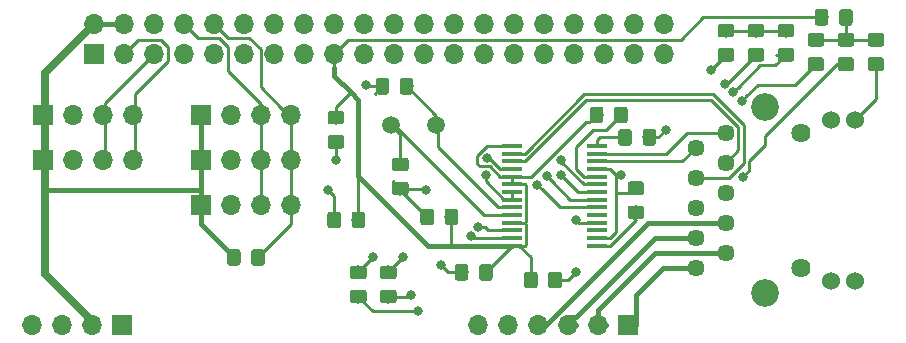
<source format=gbr>
G04 #@! TF.GenerationSoftware,KiCad,Pcbnew,(5.0.0-3-g5ebb6b6)*
G04 #@! TF.CreationDate,2020-01-23T02:23:46-08:00*
G04 #@! TF.ProjectId,Ethernet_Zero,45746865726E65745F5A65726F2E6B69,rev?*
G04 #@! TF.SameCoordinates,Original*
G04 #@! TF.FileFunction,Copper,L1,Top,Signal*
G04 #@! TF.FilePolarity,Positive*
%FSLAX46Y46*%
G04 Gerber Fmt 4.6, Leading zero omitted, Abs format (unit mm)*
G04 Created by KiCad (PCBNEW (5.0.0-3-g5ebb6b6)) date Thursday, 23 January 2020 at 02:23:46*
%MOMM*%
%LPD*%
G01*
G04 APERTURE LIST*
G04 #@! TA.AperFunction,Conductor*
%ADD10C,0.100000*%
G04 #@! TD*
G04 #@! TA.AperFunction,SMDPad,CuDef*
%ADD11C,1.150000*%
G04 #@! TD*
G04 #@! TA.AperFunction,ComponentPad*
%ADD12R,1.700000X1.700000*%
G04 #@! TD*
G04 #@! TA.AperFunction,ComponentPad*
%ADD13O,1.700000X1.700000*%
G04 #@! TD*
G04 #@! TA.AperFunction,ComponentPad*
%ADD14C,1.500000*%
G04 #@! TD*
G04 #@! TA.AperFunction,ComponentPad*
%ADD15C,1.446000*%
G04 #@! TD*
G04 #@! TA.AperFunction,ComponentPad*
%ADD16C,1.530000*%
G04 #@! TD*
G04 #@! TA.AperFunction,ComponentPad*
%ADD17C,2.355000*%
G04 #@! TD*
G04 #@! TA.AperFunction,ComponentPad*
%ADD18C,1.625000*%
G04 #@! TD*
G04 #@! TA.AperFunction,SMDPad,CuDef*
%ADD19R,1.750000X0.450000*%
G04 #@! TD*
G04 #@! TA.AperFunction,ViaPad*
%ADD20C,0.800000*%
G04 #@! TD*
G04 #@! TA.AperFunction,Conductor*
%ADD21C,0.250000*%
G04 #@! TD*
G04 #@! TA.AperFunction,Conductor*
%ADD22C,0.400000*%
G04 #@! TD*
G04 #@! TA.AperFunction,Conductor*
%ADD23C,0.700000*%
G04 #@! TD*
G04 APERTURE END LIST*
D10*
G04 #@! TO.N,/5v*
G04 #@! TO.C,R9*
G36*
X153708505Y-57114204D02*
X153732773Y-57117804D01*
X153756572Y-57123765D01*
X153779671Y-57132030D01*
X153801850Y-57142520D01*
X153822893Y-57155132D01*
X153842599Y-57169747D01*
X153860777Y-57186223D01*
X153877253Y-57204401D01*
X153891868Y-57224107D01*
X153904480Y-57245150D01*
X153914970Y-57267329D01*
X153923235Y-57290428D01*
X153929196Y-57314227D01*
X153932796Y-57338495D01*
X153934000Y-57362999D01*
X153934000Y-58263001D01*
X153932796Y-58287505D01*
X153929196Y-58311773D01*
X153923235Y-58335572D01*
X153914970Y-58358671D01*
X153904480Y-58380850D01*
X153891868Y-58401893D01*
X153877253Y-58421599D01*
X153860777Y-58439777D01*
X153842599Y-58456253D01*
X153822893Y-58470868D01*
X153801850Y-58483480D01*
X153779671Y-58493970D01*
X153756572Y-58502235D01*
X153732773Y-58508196D01*
X153708505Y-58511796D01*
X153684001Y-58513000D01*
X153033999Y-58513000D01*
X153009495Y-58511796D01*
X152985227Y-58508196D01*
X152961428Y-58502235D01*
X152938329Y-58493970D01*
X152916150Y-58483480D01*
X152895107Y-58470868D01*
X152875401Y-58456253D01*
X152857223Y-58439777D01*
X152840747Y-58421599D01*
X152826132Y-58401893D01*
X152813520Y-58380850D01*
X152803030Y-58358671D01*
X152794765Y-58335572D01*
X152788804Y-58311773D01*
X152785204Y-58287505D01*
X152784000Y-58263001D01*
X152784000Y-57362999D01*
X152785204Y-57338495D01*
X152788804Y-57314227D01*
X152794765Y-57290428D01*
X152803030Y-57267329D01*
X152813520Y-57245150D01*
X152826132Y-57224107D01*
X152840747Y-57204401D01*
X152857223Y-57186223D01*
X152875401Y-57169747D01*
X152895107Y-57155132D01*
X152916150Y-57142520D01*
X152938329Y-57132030D01*
X152961428Y-57123765D01*
X152985227Y-57117804D01*
X153009495Y-57114204D01*
X153033999Y-57113000D01*
X153684001Y-57113000D01*
X153708505Y-57114204D01*
X153708505Y-57114204D01*
G37*
D11*
G04 #@! TD*
G04 #@! TO.P,R9,1*
G04 #@! TO.N,/5v*
X153359000Y-57813000D03*
D10*
G04 #@! TO.N,/rx*
G04 #@! TO.C,R9*
G36*
X155758505Y-57114204D02*
X155782773Y-57117804D01*
X155806572Y-57123765D01*
X155829671Y-57132030D01*
X155851850Y-57142520D01*
X155872893Y-57155132D01*
X155892599Y-57169747D01*
X155910777Y-57186223D01*
X155927253Y-57204401D01*
X155941868Y-57224107D01*
X155954480Y-57245150D01*
X155964970Y-57267329D01*
X155973235Y-57290428D01*
X155979196Y-57314227D01*
X155982796Y-57338495D01*
X155984000Y-57362999D01*
X155984000Y-58263001D01*
X155982796Y-58287505D01*
X155979196Y-58311773D01*
X155973235Y-58335572D01*
X155964970Y-58358671D01*
X155954480Y-58380850D01*
X155941868Y-58401893D01*
X155927253Y-58421599D01*
X155910777Y-58439777D01*
X155892599Y-58456253D01*
X155872893Y-58470868D01*
X155851850Y-58483480D01*
X155829671Y-58493970D01*
X155806572Y-58502235D01*
X155782773Y-58508196D01*
X155758505Y-58511796D01*
X155734001Y-58513000D01*
X155083999Y-58513000D01*
X155059495Y-58511796D01*
X155035227Y-58508196D01*
X155011428Y-58502235D01*
X154988329Y-58493970D01*
X154966150Y-58483480D01*
X154945107Y-58470868D01*
X154925401Y-58456253D01*
X154907223Y-58439777D01*
X154890747Y-58421599D01*
X154876132Y-58401893D01*
X154863520Y-58380850D01*
X154853030Y-58358671D01*
X154844765Y-58335572D01*
X154838804Y-58311773D01*
X154835204Y-58287505D01*
X154834000Y-58263001D01*
X154834000Y-57362999D01*
X154835204Y-57338495D01*
X154838804Y-57314227D01*
X154844765Y-57290428D01*
X154853030Y-57267329D01*
X154863520Y-57245150D01*
X154876132Y-57224107D01*
X154890747Y-57204401D01*
X154907223Y-57186223D01*
X154925401Y-57169747D01*
X154945107Y-57155132D01*
X154966150Y-57142520D01*
X154988329Y-57132030D01*
X155011428Y-57123765D01*
X155035227Y-57117804D01*
X155059495Y-57114204D01*
X155083999Y-57113000D01*
X155734001Y-57113000D01*
X155758505Y-57114204D01*
X155758505Y-57114204D01*
G37*
D11*
G04 #@! TD*
G04 #@! TO.P,R9,2*
G04 #@! TO.N,/rx*
X155409000Y-57813000D03*
D12*
G04 #@! TO.P,J9,1*
G04 #@! TO.N,/5v*
X150574000Y-49558000D03*
D13*
G04 #@! TO.P,J9,2*
G04 #@! TO.N,GND*
X153114000Y-49558000D03*
G04 #@! TO.P,J9,3*
G04 #@! TO.N,/tx*
X155654000Y-49558000D03*
G04 #@! TO.P,J9,4*
G04 #@! TO.N,/rx*
X158194000Y-49558000D03*
G04 #@! TD*
G04 #@! TO.P,J8,4*
G04 #@! TO.N,/rx*
X158194000Y-53368000D03*
G04 #@! TO.P,J8,3*
G04 #@! TO.N,/tx*
X155654000Y-53368000D03*
G04 #@! TO.P,J8,2*
G04 #@! TO.N,GND*
X153114000Y-53368000D03*
D12*
G04 #@! TO.P,J8,1*
G04 #@! TO.N,/5v*
X150574000Y-53368000D03*
G04 #@! TD*
G04 #@! TO.P,J7,1*
G04 #@! TO.N,/5v*
X137239000Y-49558000D03*
D13*
G04 #@! TO.P,J7,2*
G04 #@! TO.N,GND*
X139779000Y-49558000D03*
G04 #@! TO.P,J7,3*
G04 #@! TO.N,/scl*
X142319000Y-49558000D03*
G04 #@! TO.P,J7,4*
G04 #@! TO.N,/sda*
X144859000Y-49558000D03*
G04 #@! TD*
D12*
G04 #@! TO.P,J1,1*
G04 #@! TO.N,Net-(J1-Pad1)*
X141564000Y-40588000D03*
D13*
G04 #@! TO.P,J1,2*
G04 #@! TO.N,/5v*
X141564000Y-38048000D03*
G04 #@! TO.P,J1,3*
G04 #@! TO.N,/sda*
X144104000Y-40588000D03*
G04 #@! TO.P,J1,4*
G04 #@! TO.N,/5v*
X144104000Y-38048000D03*
G04 #@! TO.P,J1,5*
G04 #@! TO.N,/scl*
X146644000Y-40588000D03*
G04 #@! TO.P,J1,6*
G04 #@! TO.N,Net-(J1-Pad6)*
X146644000Y-38048000D03*
G04 #@! TO.P,J1,7*
G04 #@! TO.N,Net-(J1-Pad7)*
X149184000Y-40588000D03*
G04 #@! TO.P,J1,8*
G04 #@! TO.N,/tx*
X149184000Y-38048000D03*
G04 #@! TO.P,J1,9*
G04 #@! TO.N,Net-(J1-Pad9)*
X151724000Y-40588000D03*
G04 #@! TO.P,J1,10*
G04 #@! TO.N,/rx*
X151724000Y-38048000D03*
G04 #@! TO.P,J1,11*
G04 #@! TO.N,Net-(J1-Pad11)*
X154264000Y-40588000D03*
G04 #@! TO.P,J1,12*
G04 #@! TO.N,Net-(J1-Pad12)*
X154264000Y-38048000D03*
G04 #@! TO.P,J1,13*
G04 #@! TO.N,Net-(J1-Pad13)*
X156804000Y-40588000D03*
G04 #@! TO.P,J1,14*
G04 #@! TO.N,Net-(J1-Pad14)*
X156804000Y-38048000D03*
G04 #@! TO.P,J1,15*
G04 #@! TO.N,Net-(J1-Pad15)*
X159344000Y-40588000D03*
G04 #@! TO.P,J1,16*
G04 #@! TO.N,Net-(J1-Pad16)*
X159344000Y-38048000D03*
G04 #@! TO.P,J1,17*
G04 #@! TO.N,+3V3*
X161884000Y-40588000D03*
G04 #@! TO.P,J1,18*
G04 #@! TO.N,Net-(J1-Pad18)*
X161884000Y-38048000D03*
G04 #@! TO.P,J1,19*
G04 #@! TO.N,Net-(J1-Pad19)*
X164424000Y-40588000D03*
G04 #@! TO.P,J1,20*
G04 #@! TO.N,GND*
X164424000Y-38048000D03*
G04 #@! TO.P,J1,21*
G04 #@! TO.N,Net-(J1-Pad21)*
X166964000Y-40588000D03*
G04 #@! TO.P,J1,22*
G04 #@! TO.N,/~INT*
X166964000Y-38048000D03*
G04 #@! TO.P,J1,23*
G04 #@! TO.N,Net-(J1-Pad23)*
X169504000Y-40588000D03*
G04 #@! TO.P,J1,24*
G04 #@! TO.N,Net-(J1-Pad24)*
X169504000Y-38048000D03*
G04 #@! TO.P,J1,25*
G04 #@! TO.N,Net-(J1-Pad25)*
X172044000Y-40588000D03*
G04 #@! TO.P,J1,26*
G04 #@! TO.N,Net-(J1-Pad26)*
X172044000Y-38048000D03*
G04 #@! TO.P,J1,27*
G04 #@! TO.N,Net-(J1-Pad27)*
X174584000Y-40588000D03*
G04 #@! TO.P,J1,28*
G04 #@! TO.N,Net-(J1-Pad28)*
X174584000Y-38048000D03*
G04 #@! TO.P,J1,29*
G04 #@! TO.N,Net-(J1-Pad29)*
X177124000Y-40588000D03*
G04 #@! TO.P,J1,30*
G04 #@! TO.N,Net-(J1-Pad30)*
X177124000Y-38048000D03*
G04 #@! TO.P,J1,31*
G04 #@! TO.N,Net-(J1-Pad31)*
X179664000Y-40588000D03*
G04 #@! TO.P,J1,32*
G04 #@! TO.N,Net-(J1-Pad32)*
X179664000Y-38048000D03*
G04 #@! TO.P,J1,33*
G04 #@! TO.N,Net-(J1-Pad33)*
X182204000Y-40588000D03*
G04 #@! TO.P,J1,34*
G04 #@! TO.N,Net-(J1-Pad34)*
X182204000Y-38048000D03*
G04 #@! TO.P,J1,35*
G04 #@! TO.N,Net-(J1-Pad35)*
X184744000Y-40588000D03*
G04 #@! TO.P,J1,36*
G04 #@! TO.N,Net-(J1-Pad36)*
X184744000Y-38048000D03*
G04 #@! TO.P,J1,37*
G04 #@! TO.N,Net-(J1-Pad37)*
X187284000Y-40588000D03*
G04 #@! TO.P,J1,38*
G04 #@! TO.N,Net-(J1-Pad38)*
X187284000Y-38048000D03*
G04 #@! TO.P,J1,39*
G04 #@! TO.N,Net-(J1-Pad39)*
X189824000Y-40588000D03*
G04 #@! TO.P,J1,40*
G04 #@! TO.N,Net-(J1-Pad40)*
X189824000Y-38048000D03*
G04 #@! TD*
D14*
G04 #@! TO.P,Y1,1*
G04 #@! TO.N,Net-(C2-Pad1)*
X170513000Y-46637000D03*
G04 #@! TO.P,Y1,2*
G04 #@! TO.N,Net-(C3-Pad1)*
X166713000Y-46637000D03*
G04 #@! TD*
D15*
G04 #@! TO.P,J5,1*
G04 #@! TO.N,Net-(J5-Pad1)*
X195024000Y-47272000D03*
G04 #@! TO.P,J5,2*
G04 #@! TO.N,Net-(J5-Pad2)*
X192484000Y-48542000D03*
G04 #@! TO.P,J5,3*
G04 #@! TO.N,Net-(J5-Pad3)*
X195024000Y-49812000D03*
G04 #@! TO.P,J5,4*
G04 #@! TO.N,Net-(J5-Pad4)*
X192484000Y-51082000D03*
G04 #@! TO.P,J5,5*
G04 #@! TO.N,Net-(J5-Pad5)*
X195024000Y-52352000D03*
G04 #@! TO.P,J5,6*
G04 #@! TO.N,Net-(J5-Pad6)*
X192484000Y-53622000D03*
G04 #@! TO.P,J5,7*
G04 #@! TO.N,/VC1+*
X195024000Y-54892000D03*
G04 #@! TO.P,J5,8*
G04 #@! TO.N,/VC1-*
X192484000Y-56162000D03*
G04 #@! TO.P,J5,9*
G04 #@! TO.N,/VC2+*
X195024000Y-57432000D03*
G04 #@! TO.P,J5,10*
G04 #@! TO.N,/VC2-*
X192484000Y-58702000D03*
D16*
G04 #@! TO.P,J5,L1*
G04 #@! TO.N,Net-(J5-PadL1)*
X203924000Y-59787000D03*
G04 #@! TO.P,J5,L2*
G04 #@! TO.N,GND*
X205954000Y-59787000D03*
G04 #@! TO.P,J5,L3*
G04 #@! TO.N,Net-(J5-PadL3)*
X203924000Y-46187000D03*
G04 #@! TO.P,J5,L4*
G04 #@! TO.N,GND*
X205954000Y-46187000D03*
D17*
G04 #@! TO.P,J5,MH1*
X198324000Y-60862000D03*
G04 #@! TO.P,J5,MH2*
X198324000Y-45112000D03*
D18*
G04 #@! TO.P,J5,MH3*
G04 #@! TO.N,N/C*
X201374000Y-58702000D03*
G04 #@! TO.P,J5,MH4*
X201374000Y-47272000D03*
G04 #@! TD*
D19*
G04 #@! TO.P,U1,1*
G04 #@! TO.N,Net-(C4-Pad1)*
X184102000Y-56827000D03*
G04 #@! TO.P,U1,2*
G04 #@! TO.N,GND*
X184102000Y-56177000D03*
G04 #@! TO.P,U1,3*
G04 #@! TO.N,Net-(U1-Pad3)*
X184102000Y-55527000D03*
G04 #@! TO.P,U1,4*
G04 #@! TO.N,/~INT*
X184102000Y-54877000D03*
G04 #@! TO.P,U1,5*
G04 #@! TO.N,Net-(U1-Pad5)*
X184102000Y-54227000D03*
G04 #@! TO.P,U1,6*
G04 #@! TO.N,Net-(J1-Pad21)*
X184102000Y-53577000D03*
G04 #@! TO.P,U1,7*
G04 #@! TO.N,Net-(J1-Pad19)*
X184102000Y-52927000D03*
G04 #@! TO.P,U1,8*
G04 #@! TO.N,Net-(J1-Pad23)*
X184102000Y-52277000D03*
G04 #@! TO.P,U1,9*
G04 #@! TO.N,Net-(J1-Pad24)*
X184102000Y-51627000D03*
G04 #@! TO.P,U1,10*
G04 #@! TO.N,Net-(R1-Pad2)*
X184102000Y-50977000D03*
G04 #@! TO.P,U1,11*
G04 #@! TO.N,GND*
X184102000Y-50327000D03*
G04 #@! TO.P,U1,12*
G04 #@! TO.N,Net-(J5-Pad2)*
X184102000Y-49677000D03*
G04 #@! TO.P,U1,13*
G04 #@! TO.N,Net-(J5-Pad1)*
X184102000Y-49027000D03*
G04 #@! TO.P,U1,14*
G04 #@! TO.N,Net-(R2-Pad1)*
X184102000Y-48377000D03*
G04 #@! TO.P,U1,15*
G04 #@! TO.N,+3V3*
X176902000Y-48377000D03*
G04 #@! TO.P,U1,16*
G04 #@! TO.N,Net-(J5-Pad4)*
X176902000Y-49027000D03*
G04 #@! TO.P,U1,17*
G04 #@! TO.N,Net-(J5-Pad3)*
X176902000Y-49677000D03*
G04 #@! TO.P,U1,18*
G04 #@! TO.N,GND*
X176902000Y-50327000D03*
G04 #@! TO.P,U1,19*
G04 #@! TO.N,+3V3*
X176902000Y-50977000D03*
G04 #@! TO.P,U1,20*
X176902000Y-51627000D03*
G04 #@! TO.P,U1,21*
G04 #@! TO.N,GND*
X176902000Y-52277000D03*
G04 #@! TO.P,U1,22*
X176902000Y-52927000D03*
G04 #@! TO.P,U1,23*
G04 #@! TO.N,Net-(C2-Pad1)*
X176902000Y-53577000D03*
G04 #@! TO.P,U1,24*
G04 #@! TO.N,Net-(C3-Pad1)*
X176902000Y-54227000D03*
G04 #@! TO.P,U1,25*
G04 #@! TO.N,+3V3*
X176902000Y-54877000D03*
G04 #@! TO.P,U1,26*
G04 #@! TO.N,/LED_YELLOW*
X176902000Y-55527000D03*
G04 #@! TO.P,U1,27*
G04 #@! TO.N,/LED_GREEN*
X176902000Y-56177000D03*
G04 #@! TO.P,U1,28*
G04 #@! TO.N,+3V3*
X176902000Y-56827000D03*
G04 #@! TD*
D10*
G04 #@! TO.N,+3V3*
G04 #@! TO.C,L1*
G36*
X203483505Y-36794204D02*
X203507773Y-36797804D01*
X203531572Y-36803765D01*
X203554671Y-36812030D01*
X203576850Y-36822520D01*
X203597893Y-36835132D01*
X203617599Y-36849747D01*
X203635777Y-36866223D01*
X203652253Y-36884401D01*
X203666868Y-36904107D01*
X203679480Y-36925150D01*
X203689970Y-36947329D01*
X203698235Y-36970428D01*
X203704196Y-36994227D01*
X203707796Y-37018495D01*
X203709000Y-37042999D01*
X203709000Y-37943001D01*
X203707796Y-37967505D01*
X203704196Y-37991773D01*
X203698235Y-38015572D01*
X203689970Y-38038671D01*
X203679480Y-38060850D01*
X203666868Y-38081893D01*
X203652253Y-38101599D01*
X203635777Y-38119777D01*
X203617599Y-38136253D01*
X203597893Y-38150868D01*
X203576850Y-38163480D01*
X203554671Y-38173970D01*
X203531572Y-38182235D01*
X203507773Y-38188196D01*
X203483505Y-38191796D01*
X203459001Y-38193000D01*
X202808999Y-38193000D01*
X202784495Y-38191796D01*
X202760227Y-38188196D01*
X202736428Y-38182235D01*
X202713329Y-38173970D01*
X202691150Y-38163480D01*
X202670107Y-38150868D01*
X202650401Y-38136253D01*
X202632223Y-38119777D01*
X202615747Y-38101599D01*
X202601132Y-38081893D01*
X202588520Y-38060850D01*
X202578030Y-38038671D01*
X202569765Y-38015572D01*
X202563804Y-37991773D01*
X202560204Y-37967505D01*
X202559000Y-37943001D01*
X202559000Y-37042999D01*
X202560204Y-37018495D01*
X202563804Y-36994227D01*
X202569765Y-36970428D01*
X202578030Y-36947329D01*
X202588520Y-36925150D01*
X202601132Y-36904107D01*
X202615747Y-36884401D01*
X202632223Y-36866223D01*
X202650401Y-36849747D01*
X202670107Y-36835132D01*
X202691150Y-36822520D01*
X202713329Y-36812030D01*
X202736428Y-36803765D01*
X202760227Y-36797804D01*
X202784495Y-36794204D01*
X202808999Y-36793000D01*
X203459001Y-36793000D01*
X203483505Y-36794204D01*
X203483505Y-36794204D01*
G37*
D11*
G04 #@! TD*
G04 #@! TO.P,L1,1*
G04 #@! TO.N,+3V3*
X203134000Y-37493000D03*
D10*
G04 #@! TO.N,Net-(C10-Pad2)*
G04 #@! TO.C,L1*
G36*
X205533505Y-36794204D02*
X205557773Y-36797804D01*
X205581572Y-36803765D01*
X205604671Y-36812030D01*
X205626850Y-36822520D01*
X205647893Y-36835132D01*
X205667599Y-36849747D01*
X205685777Y-36866223D01*
X205702253Y-36884401D01*
X205716868Y-36904107D01*
X205729480Y-36925150D01*
X205739970Y-36947329D01*
X205748235Y-36970428D01*
X205754196Y-36994227D01*
X205757796Y-37018495D01*
X205759000Y-37042999D01*
X205759000Y-37943001D01*
X205757796Y-37967505D01*
X205754196Y-37991773D01*
X205748235Y-38015572D01*
X205739970Y-38038671D01*
X205729480Y-38060850D01*
X205716868Y-38081893D01*
X205702253Y-38101599D01*
X205685777Y-38119777D01*
X205667599Y-38136253D01*
X205647893Y-38150868D01*
X205626850Y-38163480D01*
X205604671Y-38173970D01*
X205581572Y-38182235D01*
X205557773Y-38188196D01*
X205533505Y-38191796D01*
X205509001Y-38193000D01*
X204858999Y-38193000D01*
X204834495Y-38191796D01*
X204810227Y-38188196D01*
X204786428Y-38182235D01*
X204763329Y-38173970D01*
X204741150Y-38163480D01*
X204720107Y-38150868D01*
X204700401Y-38136253D01*
X204682223Y-38119777D01*
X204665747Y-38101599D01*
X204651132Y-38081893D01*
X204638520Y-38060850D01*
X204628030Y-38038671D01*
X204619765Y-38015572D01*
X204613804Y-37991773D01*
X204610204Y-37967505D01*
X204609000Y-37943001D01*
X204609000Y-37042999D01*
X204610204Y-37018495D01*
X204613804Y-36994227D01*
X204619765Y-36970428D01*
X204628030Y-36947329D01*
X204638520Y-36925150D01*
X204651132Y-36904107D01*
X204665747Y-36884401D01*
X204682223Y-36866223D01*
X204700401Y-36849747D01*
X204720107Y-36835132D01*
X204741150Y-36822520D01*
X204763329Y-36812030D01*
X204786428Y-36803765D01*
X204810227Y-36797804D01*
X204834495Y-36794204D01*
X204858999Y-36793000D01*
X205509001Y-36793000D01*
X205533505Y-36794204D01*
X205533505Y-36794204D01*
G37*
D11*
G04 #@! TD*
G04 #@! TO.P,L1,2*
G04 #@! TO.N,Net-(C10-Pad2)*
X205184000Y-37493000D03*
D10*
G04 #@! TO.N,Net-(C9-Pad1)*
G04 #@! TO.C,R5*
G36*
X198038505Y-38044204D02*
X198062773Y-38047804D01*
X198086572Y-38053765D01*
X198109671Y-38062030D01*
X198131850Y-38072520D01*
X198152893Y-38085132D01*
X198172599Y-38099747D01*
X198190777Y-38116223D01*
X198207253Y-38134401D01*
X198221868Y-38154107D01*
X198234480Y-38175150D01*
X198244970Y-38197329D01*
X198253235Y-38220428D01*
X198259196Y-38244227D01*
X198262796Y-38268495D01*
X198264000Y-38292999D01*
X198264000Y-38943001D01*
X198262796Y-38967505D01*
X198259196Y-38991773D01*
X198253235Y-39015572D01*
X198244970Y-39038671D01*
X198234480Y-39060850D01*
X198221868Y-39081893D01*
X198207253Y-39101599D01*
X198190777Y-39119777D01*
X198172599Y-39136253D01*
X198152893Y-39150868D01*
X198131850Y-39163480D01*
X198109671Y-39173970D01*
X198086572Y-39182235D01*
X198062773Y-39188196D01*
X198038505Y-39191796D01*
X198014001Y-39193000D01*
X197113999Y-39193000D01*
X197089495Y-39191796D01*
X197065227Y-39188196D01*
X197041428Y-39182235D01*
X197018329Y-39173970D01*
X196996150Y-39163480D01*
X196975107Y-39150868D01*
X196955401Y-39136253D01*
X196937223Y-39119777D01*
X196920747Y-39101599D01*
X196906132Y-39081893D01*
X196893520Y-39060850D01*
X196883030Y-39038671D01*
X196874765Y-39015572D01*
X196868804Y-38991773D01*
X196865204Y-38967505D01*
X196864000Y-38943001D01*
X196864000Y-38292999D01*
X196865204Y-38268495D01*
X196868804Y-38244227D01*
X196874765Y-38220428D01*
X196883030Y-38197329D01*
X196893520Y-38175150D01*
X196906132Y-38154107D01*
X196920747Y-38134401D01*
X196937223Y-38116223D01*
X196955401Y-38099747D01*
X196975107Y-38085132D01*
X196996150Y-38072520D01*
X197018329Y-38062030D01*
X197041428Y-38053765D01*
X197065227Y-38047804D01*
X197089495Y-38044204D01*
X197113999Y-38043000D01*
X198014001Y-38043000D01*
X198038505Y-38044204D01*
X198038505Y-38044204D01*
G37*
D11*
G04 #@! TD*
G04 #@! TO.P,R5,2*
G04 #@! TO.N,Net-(C9-Pad1)*
X197564000Y-38618000D03*
D10*
G04 #@! TO.N,Net-(J5-Pad4)*
G04 #@! TO.C,R5*
G36*
X198038505Y-40094204D02*
X198062773Y-40097804D01*
X198086572Y-40103765D01*
X198109671Y-40112030D01*
X198131850Y-40122520D01*
X198152893Y-40135132D01*
X198172599Y-40149747D01*
X198190777Y-40166223D01*
X198207253Y-40184401D01*
X198221868Y-40204107D01*
X198234480Y-40225150D01*
X198244970Y-40247329D01*
X198253235Y-40270428D01*
X198259196Y-40294227D01*
X198262796Y-40318495D01*
X198264000Y-40342999D01*
X198264000Y-40993001D01*
X198262796Y-41017505D01*
X198259196Y-41041773D01*
X198253235Y-41065572D01*
X198244970Y-41088671D01*
X198234480Y-41110850D01*
X198221868Y-41131893D01*
X198207253Y-41151599D01*
X198190777Y-41169777D01*
X198172599Y-41186253D01*
X198152893Y-41200868D01*
X198131850Y-41213480D01*
X198109671Y-41223970D01*
X198086572Y-41232235D01*
X198062773Y-41238196D01*
X198038505Y-41241796D01*
X198014001Y-41243000D01*
X197113999Y-41243000D01*
X197089495Y-41241796D01*
X197065227Y-41238196D01*
X197041428Y-41232235D01*
X197018329Y-41223970D01*
X196996150Y-41213480D01*
X196975107Y-41200868D01*
X196955401Y-41186253D01*
X196937223Y-41169777D01*
X196920747Y-41151599D01*
X196906132Y-41131893D01*
X196893520Y-41110850D01*
X196883030Y-41088671D01*
X196874765Y-41065572D01*
X196868804Y-41041773D01*
X196865204Y-41017505D01*
X196864000Y-40993001D01*
X196864000Y-40342999D01*
X196865204Y-40318495D01*
X196868804Y-40294227D01*
X196874765Y-40270428D01*
X196883030Y-40247329D01*
X196893520Y-40225150D01*
X196906132Y-40204107D01*
X196920747Y-40184401D01*
X196937223Y-40166223D01*
X196955401Y-40149747D01*
X196975107Y-40135132D01*
X196996150Y-40122520D01*
X197018329Y-40112030D01*
X197041428Y-40103765D01*
X197065227Y-40097804D01*
X197089495Y-40094204D01*
X197113999Y-40093000D01*
X198014001Y-40093000D01*
X198038505Y-40094204D01*
X198038505Y-40094204D01*
G37*
D11*
G04 #@! TD*
G04 #@! TO.P,R5,1*
G04 #@! TO.N,Net-(J5-Pad4)*
X197564000Y-40668000D03*
D10*
G04 #@! TO.N,Net-(J5-Pad3)*
G04 #@! TO.C,R6*
G36*
X200578505Y-40094204D02*
X200602773Y-40097804D01*
X200626572Y-40103765D01*
X200649671Y-40112030D01*
X200671850Y-40122520D01*
X200692893Y-40135132D01*
X200712599Y-40149747D01*
X200730777Y-40166223D01*
X200747253Y-40184401D01*
X200761868Y-40204107D01*
X200774480Y-40225150D01*
X200784970Y-40247329D01*
X200793235Y-40270428D01*
X200799196Y-40294227D01*
X200802796Y-40318495D01*
X200804000Y-40342999D01*
X200804000Y-40993001D01*
X200802796Y-41017505D01*
X200799196Y-41041773D01*
X200793235Y-41065572D01*
X200784970Y-41088671D01*
X200774480Y-41110850D01*
X200761868Y-41131893D01*
X200747253Y-41151599D01*
X200730777Y-41169777D01*
X200712599Y-41186253D01*
X200692893Y-41200868D01*
X200671850Y-41213480D01*
X200649671Y-41223970D01*
X200626572Y-41232235D01*
X200602773Y-41238196D01*
X200578505Y-41241796D01*
X200554001Y-41243000D01*
X199653999Y-41243000D01*
X199629495Y-41241796D01*
X199605227Y-41238196D01*
X199581428Y-41232235D01*
X199558329Y-41223970D01*
X199536150Y-41213480D01*
X199515107Y-41200868D01*
X199495401Y-41186253D01*
X199477223Y-41169777D01*
X199460747Y-41151599D01*
X199446132Y-41131893D01*
X199433520Y-41110850D01*
X199423030Y-41088671D01*
X199414765Y-41065572D01*
X199408804Y-41041773D01*
X199405204Y-41017505D01*
X199404000Y-40993001D01*
X199404000Y-40342999D01*
X199405204Y-40318495D01*
X199408804Y-40294227D01*
X199414765Y-40270428D01*
X199423030Y-40247329D01*
X199433520Y-40225150D01*
X199446132Y-40204107D01*
X199460747Y-40184401D01*
X199477223Y-40166223D01*
X199495401Y-40149747D01*
X199515107Y-40135132D01*
X199536150Y-40122520D01*
X199558329Y-40112030D01*
X199581428Y-40103765D01*
X199605227Y-40097804D01*
X199629495Y-40094204D01*
X199653999Y-40093000D01*
X200554001Y-40093000D01*
X200578505Y-40094204D01*
X200578505Y-40094204D01*
G37*
D11*
G04 #@! TD*
G04 #@! TO.P,R6,1*
G04 #@! TO.N,Net-(J5-Pad3)*
X200104000Y-40668000D03*
D10*
G04 #@! TO.N,Net-(C9-Pad1)*
G04 #@! TO.C,R6*
G36*
X200578505Y-38044204D02*
X200602773Y-38047804D01*
X200626572Y-38053765D01*
X200649671Y-38062030D01*
X200671850Y-38072520D01*
X200692893Y-38085132D01*
X200712599Y-38099747D01*
X200730777Y-38116223D01*
X200747253Y-38134401D01*
X200761868Y-38154107D01*
X200774480Y-38175150D01*
X200784970Y-38197329D01*
X200793235Y-38220428D01*
X200799196Y-38244227D01*
X200802796Y-38268495D01*
X200804000Y-38292999D01*
X200804000Y-38943001D01*
X200802796Y-38967505D01*
X200799196Y-38991773D01*
X200793235Y-39015572D01*
X200784970Y-39038671D01*
X200774480Y-39060850D01*
X200761868Y-39081893D01*
X200747253Y-39101599D01*
X200730777Y-39119777D01*
X200712599Y-39136253D01*
X200692893Y-39150868D01*
X200671850Y-39163480D01*
X200649671Y-39173970D01*
X200626572Y-39182235D01*
X200602773Y-39188196D01*
X200578505Y-39191796D01*
X200554001Y-39193000D01*
X199653999Y-39193000D01*
X199629495Y-39191796D01*
X199605227Y-39188196D01*
X199581428Y-39182235D01*
X199558329Y-39173970D01*
X199536150Y-39163480D01*
X199515107Y-39150868D01*
X199495401Y-39136253D01*
X199477223Y-39119777D01*
X199460747Y-39101599D01*
X199446132Y-39081893D01*
X199433520Y-39060850D01*
X199423030Y-39038671D01*
X199414765Y-39015572D01*
X199408804Y-38991773D01*
X199405204Y-38967505D01*
X199404000Y-38943001D01*
X199404000Y-38292999D01*
X199405204Y-38268495D01*
X199408804Y-38244227D01*
X199414765Y-38220428D01*
X199423030Y-38197329D01*
X199433520Y-38175150D01*
X199446132Y-38154107D01*
X199460747Y-38134401D01*
X199477223Y-38116223D01*
X199495401Y-38099747D01*
X199515107Y-38085132D01*
X199536150Y-38072520D01*
X199558329Y-38062030D01*
X199581428Y-38053765D01*
X199605227Y-38047804D01*
X199629495Y-38044204D01*
X199653999Y-38043000D01*
X200554001Y-38043000D01*
X200578505Y-38044204D01*
X200578505Y-38044204D01*
G37*
D11*
G04 #@! TD*
G04 #@! TO.P,R6,2*
G04 #@! TO.N,Net-(C9-Pad1)*
X200104000Y-38618000D03*
D10*
G04 #@! TO.N,Net-(J5-Pad2)*
G04 #@! TO.C,R7*
G36*
X205658505Y-40874204D02*
X205682773Y-40877804D01*
X205706572Y-40883765D01*
X205729671Y-40892030D01*
X205751850Y-40902520D01*
X205772893Y-40915132D01*
X205792599Y-40929747D01*
X205810777Y-40946223D01*
X205827253Y-40964401D01*
X205841868Y-40984107D01*
X205854480Y-41005150D01*
X205864970Y-41027329D01*
X205873235Y-41050428D01*
X205879196Y-41074227D01*
X205882796Y-41098495D01*
X205884000Y-41122999D01*
X205884000Y-41773001D01*
X205882796Y-41797505D01*
X205879196Y-41821773D01*
X205873235Y-41845572D01*
X205864970Y-41868671D01*
X205854480Y-41890850D01*
X205841868Y-41911893D01*
X205827253Y-41931599D01*
X205810777Y-41949777D01*
X205792599Y-41966253D01*
X205772893Y-41980868D01*
X205751850Y-41993480D01*
X205729671Y-42003970D01*
X205706572Y-42012235D01*
X205682773Y-42018196D01*
X205658505Y-42021796D01*
X205634001Y-42023000D01*
X204733999Y-42023000D01*
X204709495Y-42021796D01*
X204685227Y-42018196D01*
X204661428Y-42012235D01*
X204638329Y-42003970D01*
X204616150Y-41993480D01*
X204595107Y-41980868D01*
X204575401Y-41966253D01*
X204557223Y-41949777D01*
X204540747Y-41931599D01*
X204526132Y-41911893D01*
X204513520Y-41890850D01*
X204503030Y-41868671D01*
X204494765Y-41845572D01*
X204488804Y-41821773D01*
X204485204Y-41797505D01*
X204484000Y-41773001D01*
X204484000Y-41122999D01*
X204485204Y-41098495D01*
X204488804Y-41074227D01*
X204494765Y-41050428D01*
X204503030Y-41027329D01*
X204513520Y-41005150D01*
X204526132Y-40984107D01*
X204540747Y-40964401D01*
X204557223Y-40946223D01*
X204575401Y-40929747D01*
X204595107Y-40915132D01*
X204616150Y-40902520D01*
X204638329Y-40892030D01*
X204661428Y-40883765D01*
X204685227Y-40877804D01*
X204709495Y-40874204D01*
X204733999Y-40873000D01*
X205634001Y-40873000D01*
X205658505Y-40874204D01*
X205658505Y-40874204D01*
G37*
D11*
G04 #@! TD*
G04 #@! TO.P,R7,2*
G04 #@! TO.N,Net-(J5-Pad2)*
X205184000Y-41448000D03*
D10*
G04 #@! TO.N,Net-(C10-Pad2)*
G04 #@! TO.C,R7*
G36*
X205658505Y-38824204D02*
X205682773Y-38827804D01*
X205706572Y-38833765D01*
X205729671Y-38842030D01*
X205751850Y-38852520D01*
X205772893Y-38865132D01*
X205792599Y-38879747D01*
X205810777Y-38896223D01*
X205827253Y-38914401D01*
X205841868Y-38934107D01*
X205854480Y-38955150D01*
X205864970Y-38977329D01*
X205873235Y-39000428D01*
X205879196Y-39024227D01*
X205882796Y-39048495D01*
X205884000Y-39072999D01*
X205884000Y-39723001D01*
X205882796Y-39747505D01*
X205879196Y-39771773D01*
X205873235Y-39795572D01*
X205864970Y-39818671D01*
X205854480Y-39840850D01*
X205841868Y-39861893D01*
X205827253Y-39881599D01*
X205810777Y-39899777D01*
X205792599Y-39916253D01*
X205772893Y-39930868D01*
X205751850Y-39943480D01*
X205729671Y-39953970D01*
X205706572Y-39962235D01*
X205682773Y-39968196D01*
X205658505Y-39971796D01*
X205634001Y-39973000D01*
X204733999Y-39973000D01*
X204709495Y-39971796D01*
X204685227Y-39968196D01*
X204661428Y-39962235D01*
X204638329Y-39953970D01*
X204616150Y-39943480D01*
X204595107Y-39930868D01*
X204575401Y-39916253D01*
X204557223Y-39899777D01*
X204540747Y-39881599D01*
X204526132Y-39861893D01*
X204513520Y-39840850D01*
X204503030Y-39818671D01*
X204494765Y-39795572D01*
X204488804Y-39771773D01*
X204485204Y-39747505D01*
X204484000Y-39723001D01*
X204484000Y-39072999D01*
X204485204Y-39048495D01*
X204488804Y-39024227D01*
X204494765Y-39000428D01*
X204503030Y-38977329D01*
X204513520Y-38955150D01*
X204526132Y-38934107D01*
X204540747Y-38914401D01*
X204557223Y-38896223D01*
X204575401Y-38879747D01*
X204595107Y-38865132D01*
X204616150Y-38852520D01*
X204638329Y-38842030D01*
X204661428Y-38833765D01*
X204685227Y-38827804D01*
X204709495Y-38824204D01*
X204733999Y-38823000D01*
X205634001Y-38823000D01*
X205658505Y-38824204D01*
X205658505Y-38824204D01*
G37*
D11*
G04 #@! TD*
G04 #@! TO.P,R7,1*
G04 #@! TO.N,Net-(C10-Pad2)*
X205184000Y-39398000D03*
D10*
G04 #@! TO.N,Net-(C10-Pad2)*
G04 #@! TO.C,R8*
G36*
X203118505Y-38824204D02*
X203142773Y-38827804D01*
X203166572Y-38833765D01*
X203189671Y-38842030D01*
X203211850Y-38852520D01*
X203232893Y-38865132D01*
X203252599Y-38879747D01*
X203270777Y-38896223D01*
X203287253Y-38914401D01*
X203301868Y-38934107D01*
X203314480Y-38955150D01*
X203324970Y-38977329D01*
X203333235Y-39000428D01*
X203339196Y-39024227D01*
X203342796Y-39048495D01*
X203344000Y-39072999D01*
X203344000Y-39723001D01*
X203342796Y-39747505D01*
X203339196Y-39771773D01*
X203333235Y-39795572D01*
X203324970Y-39818671D01*
X203314480Y-39840850D01*
X203301868Y-39861893D01*
X203287253Y-39881599D01*
X203270777Y-39899777D01*
X203252599Y-39916253D01*
X203232893Y-39930868D01*
X203211850Y-39943480D01*
X203189671Y-39953970D01*
X203166572Y-39962235D01*
X203142773Y-39968196D01*
X203118505Y-39971796D01*
X203094001Y-39973000D01*
X202193999Y-39973000D01*
X202169495Y-39971796D01*
X202145227Y-39968196D01*
X202121428Y-39962235D01*
X202098329Y-39953970D01*
X202076150Y-39943480D01*
X202055107Y-39930868D01*
X202035401Y-39916253D01*
X202017223Y-39899777D01*
X202000747Y-39881599D01*
X201986132Y-39861893D01*
X201973520Y-39840850D01*
X201963030Y-39818671D01*
X201954765Y-39795572D01*
X201948804Y-39771773D01*
X201945204Y-39747505D01*
X201944000Y-39723001D01*
X201944000Y-39072999D01*
X201945204Y-39048495D01*
X201948804Y-39024227D01*
X201954765Y-39000428D01*
X201963030Y-38977329D01*
X201973520Y-38955150D01*
X201986132Y-38934107D01*
X202000747Y-38914401D01*
X202017223Y-38896223D01*
X202035401Y-38879747D01*
X202055107Y-38865132D01*
X202076150Y-38852520D01*
X202098329Y-38842030D01*
X202121428Y-38833765D01*
X202145227Y-38827804D01*
X202169495Y-38824204D01*
X202193999Y-38823000D01*
X203094001Y-38823000D01*
X203118505Y-38824204D01*
X203118505Y-38824204D01*
G37*
D11*
G04 #@! TD*
G04 #@! TO.P,R8,1*
G04 #@! TO.N,Net-(C10-Pad2)*
X202644000Y-39398000D03*
D10*
G04 #@! TO.N,Net-(J5-Pad1)*
G04 #@! TO.C,R8*
G36*
X203118505Y-40874204D02*
X203142773Y-40877804D01*
X203166572Y-40883765D01*
X203189671Y-40892030D01*
X203211850Y-40902520D01*
X203232893Y-40915132D01*
X203252599Y-40929747D01*
X203270777Y-40946223D01*
X203287253Y-40964401D01*
X203301868Y-40984107D01*
X203314480Y-41005150D01*
X203324970Y-41027329D01*
X203333235Y-41050428D01*
X203339196Y-41074227D01*
X203342796Y-41098495D01*
X203344000Y-41122999D01*
X203344000Y-41773001D01*
X203342796Y-41797505D01*
X203339196Y-41821773D01*
X203333235Y-41845572D01*
X203324970Y-41868671D01*
X203314480Y-41890850D01*
X203301868Y-41911893D01*
X203287253Y-41931599D01*
X203270777Y-41949777D01*
X203252599Y-41966253D01*
X203232893Y-41980868D01*
X203211850Y-41993480D01*
X203189671Y-42003970D01*
X203166572Y-42012235D01*
X203142773Y-42018196D01*
X203118505Y-42021796D01*
X203094001Y-42023000D01*
X202193999Y-42023000D01*
X202169495Y-42021796D01*
X202145227Y-42018196D01*
X202121428Y-42012235D01*
X202098329Y-42003970D01*
X202076150Y-41993480D01*
X202055107Y-41980868D01*
X202035401Y-41966253D01*
X202017223Y-41949777D01*
X202000747Y-41931599D01*
X201986132Y-41911893D01*
X201973520Y-41890850D01*
X201963030Y-41868671D01*
X201954765Y-41845572D01*
X201948804Y-41821773D01*
X201945204Y-41797505D01*
X201944000Y-41773001D01*
X201944000Y-41122999D01*
X201945204Y-41098495D01*
X201948804Y-41074227D01*
X201954765Y-41050428D01*
X201963030Y-41027329D01*
X201973520Y-41005150D01*
X201986132Y-40984107D01*
X202000747Y-40964401D01*
X202017223Y-40946223D01*
X202035401Y-40929747D01*
X202055107Y-40915132D01*
X202076150Y-40902520D01*
X202098329Y-40892030D01*
X202121428Y-40883765D01*
X202145227Y-40877804D01*
X202169495Y-40874204D01*
X202193999Y-40873000D01*
X203094001Y-40873000D01*
X203118505Y-40874204D01*
X203118505Y-40874204D01*
G37*
D11*
G04 #@! TD*
G04 #@! TO.P,R8,2*
G04 #@! TO.N,Net-(J5-Pad1)*
X202644000Y-41448000D03*
D10*
G04 #@! TO.N,+3V3*
G04 #@! TO.C,C1*
G36*
X175053505Y-58384204D02*
X175077773Y-58387804D01*
X175101572Y-58393765D01*
X175124671Y-58402030D01*
X175146850Y-58412520D01*
X175167893Y-58425132D01*
X175187599Y-58439747D01*
X175205777Y-58456223D01*
X175222253Y-58474401D01*
X175236868Y-58494107D01*
X175249480Y-58515150D01*
X175259970Y-58537329D01*
X175268235Y-58560428D01*
X175274196Y-58584227D01*
X175277796Y-58608495D01*
X175279000Y-58632999D01*
X175279000Y-59533001D01*
X175277796Y-59557505D01*
X175274196Y-59581773D01*
X175268235Y-59605572D01*
X175259970Y-59628671D01*
X175249480Y-59650850D01*
X175236868Y-59671893D01*
X175222253Y-59691599D01*
X175205777Y-59709777D01*
X175187599Y-59726253D01*
X175167893Y-59740868D01*
X175146850Y-59753480D01*
X175124671Y-59763970D01*
X175101572Y-59772235D01*
X175077773Y-59778196D01*
X175053505Y-59781796D01*
X175029001Y-59783000D01*
X174378999Y-59783000D01*
X174354495Y-59781796D01*
X174330227Y-59778196D01*
X174306428Y-59772235D01*
X174283329Y-59763970D01*
X174261150Y-59753480D01*
X174240107Y-59740868D01*
X174220401Y-59726253D01*
X174202223Y-59709777D01*
X174185747Y-59691599D01*
X174171132Y-59671893D01*
X174158520Y-59650850D01*
X174148030Y-59628671D01*
X174139765Y-59605572D01*
X174133804Y-59581773D01*
X174130204Y-59557505D01*
X174129000Y-59533001D01*
X174129000Y-58632999D01*
X174130204Y-58608495D01*
X174133804Y-58584227D01*
X174139765Y-58560428D01*
X174148030Y-58537329D01*
X174158520Y-58515150D01*
X174171132Y-58494107D01*
X174185747Y-58474401D01*
X174202223Y-58456223D01*
X174220401Y-58439747D01*
X174240107Y-58425132D01*
X174261150Y-58412520D01*
X174283329Y-58402030D01*
X174306428Y-58393765D01*
X174330227Y-58387804D01*
X174354495Y-58384204D01*
X174378999Y-58383000D01*
X175029001Y-58383000D01*
X175053505Y-58384204D01*
X175053505Y-58384204D01*
G37*
D11*
G04 #@! TD*
G04 #@! TO.P,C1,1*
G04 #@! TO.N,+3V3*
X174704000Y-59083000D03*
D10*
G04 #@! TO.N,GND*
G04 #@! TO.C,C1*
G36*
X173003505Y-58384204D02*
X173027773Y-58387804D01*
X173051572Y-58393765D01*
X173074671Y-58402030D01*
X173096850Y-58412520D01*
X173117893Y-58425132D01*
X173137599Y-58439747D01*
X173155777Y-58456223D01*
X173172253Y-58474401D01*
X173186868Y-58494107D01*
X173199480Y-58515150D01*
X173209970Y-58537329D01*
X173218235Y-58560428D01*
X173224196Y-58584227D01*
X173227796Y-58608495D01*
X173229000Y-58632999D01*
X173229000Y-59533001D01*
X173227796Y-59557505D01*
X173224196Y-59581773D01*
X173218235Y-59605572D01*
X173209970Y-59628671D01*
X173199480Y-59650850D01*
X173186868Y-59671893D01*
X173172253Y-59691599D01*
X173155777Y-59709777D01*
X173137599Y-59726253D01*
X173117893Y-59740868D01*
X173096850Y-59753480D01*
X173074671Y-59763970D01*
X173051572Y-59772235D01*
X173027773Y-59778196D01*
X173003505Y-59781796D01*
X172979001Y-59783000D01*
X172328999Y-59783000D01*
X172304495Y-59781796D01*
X172280227Y-59778196D01*
X172256428Y-59772235D01*
X172233329Y-59763970D01*
X172211150Y-59753480D01*
X172190107Y-59740868D01*
X172170401Y-59726253D01*
X172152223Y-59709777D01*
X172135747Y-59691599D01*
X172121132Y-59671893D01*
X172108520Y-59650850D01*
X172098030Y-59628671D01*
X172089765Y-59605572D01*
X172083804Y-59581773D01*
X172080204Y-59557505D01*
X172079000Y-59533001D01*
X172079000Y-58632999D01*
X172080204Y-58608495D01*
X172083804Y-58584227D01*
X172089765Y-58560428D01*
X172098030Y-58537329D01*
X172108520Y-58515150D01*
X172121132Y-58494107D01*
X172135747Y-58474401D01*
X172152223Y-58456223D01*
X172170401Y-58439747D01*
X172190107Y-58425132D01*
X172211150Y-58412520D01*
X172233329Y-58402030D01*
X172256428Y-58393765D01*
X172280227Y-58387804D01*
X172304495Y-58384204D01*
X172328999Y-58383000D01*
X172979001Y-58383000D01*
X173003505Y-58384204D01*
X173003505Y-58384204D01*
G37*
D11*
G04 #@! TD*
G04 #@! TO.P,C1,2*
G04 #@! TO.N,GND*
X172654000Y-59083000D03*
D10*
G04 #@! TO.N,Net-(C2-Pad1)*
G04 #@! TO.C,C2*
G36*
X168340505Y-42636204D02*
X168364773Y-42639804D01*
X168388572Y-42645765D01*
X168411671Y-42654030D01*
X168433850Y-42664520D01*
X168454893Y-42677132D01*
X168474599Y-42691747D01*
X168492777Y-42708223D01*
X168509253Y-42726401D01*
X168523868Y-42746107D01*
X168536480Y-42767150D01*
X168546970Y-42789329D01*
X168555235Y-42812428D01*
X168561196Y-42836227D01*
X168564796Y-42860495D01*
X168566000Y-42884999D01*
X168566000Y-43785001D01*
X168564796Y-43809505D01*
X168561196Y-43833773D01*
X168555235Y-43857572D01*
X168546970Y-43880671D01*
X168536480Y-43902850D01*
X168523868Y-43923893D01*
X168509253Y-43943599D01*
X168492777Y-43961777D01*
X168474599Y-43978253D01*
X168454893Y-43992868D01*
X168433850Y-44005480D01*
X168411671Y-44015970D01*
X168388572Y-44024235D01*
X168364773Y-44030196D01*
X168340505Y-44033796D01*
X168316001Y-44035000D01*
X167665999Y-44035000D01*
X167641495Y-44033796D01*
X167617227Y-44030196D01*
X167593428Y-44024235D01*
X167570329Y-44015970D01*
X167548150Y-44005480D01*
X167527107Y-43992868D01*
X167507401Y-43978253D01*
X167489223Y-43961777D01*
X167472747Y-43943599D01*
X167458132Y-43923893D01*
X167445520Y-43902850D01*
X167435030Y-43880671D01*
X167426765Y-43857572D01*
X167420804Y-43833773D01*
X167417204Y-43809505D01*
X167416000Y-43785001D01*
X167416000Y-42884999D01*
X167417204Y-42860495D01*
X167420804Y-42836227D01*
X167426765Y-42812428D01*
X167435030Y-42789329D01*
X167445520Y-42767150D01*
X167458132Y-42746107D01*
X167472747Y-42726401D01*
X167489223Y-42708223D01*
X167507401Y-42691747D01*
X167527107Y-42677132D01*
X167548150Y-42664520D01*
X167570329Y-42654030D01*
X167593428Y-42645765D01*
X167617227Y-42639804D01*
X167641495Y-42636204D01*
X167665999Y-42635000D01*
X168316001Y-42635000D01*
X168340505Y-42636204D01*
X168340505Y-42636204D01*
G37*
D11*
G04 #@! TD*
G04 #@! TO.P,C2,1*
G04 #@! TO.N,Net-(C2-Pad1)*
X167991000Y-43335000D03*
D10*
G04 #@! TO.N,GND*
G04 #@! TO.C,C2*
G36*
X166290505Y-42636204D02*
X166314773Y-42639804D01*
X166338572Y-42645765D01*
X166361671Y-42654030D01*
X166383850Y-42664520D01*
X166404893Y-42677132D01*
X166424599Y-42691747D01*
X166442777Y-42708223D01*
X166459253Y-42726401D01*
X166473868Y-42746107D01*
X166486480Y-42767150D01*
X166496970Y-42789329D01*
X166505235Y-42812428D01*
X166511196Y-42836227D01*
X166514796Y-42860495D01*
X166516000Y-42884999D01*
X166516000Y-43785001D01*
X166514796Y-43809505D01*
X166511196Y-43833773D01*
X166505235Y-43857572D01*
X166496970Y-43880671D01*
X166486480Y-43902850D01*
X166473868Y-43923893D01*
X166459253Y-43943599D01*
X166442777Y-43961777D01*
X166424599Y-43978253D01*
X166404893Y-43992868D01*
X166383850Y-44005480D01*
X166361671Y-44015970D01*
X166338572Y-44024235D01*
X166314773Y-44030196D01*
X166290505Y-44033796D01*
X166266001Y-44035000D01*
X165615999Y-44035000D01*
X165591495Y-44033796D01*
X165567227Y-44030196D01*
X165543428Y-44024235D01*
X165520329Y-44015970D01*
X165498150Y-44005480D01*
X165477107Y-43992868D01*
X165457401Y-43978253D01*
X165439223Y-43961777D01*
X165422747Y-43943599D01*
X165408132Y-43923893D01*
X165395520Y-43902850D01*
X165385030Y-43880671D01*
X165376765Y-43857572D01*
X165370804Y-43833773D01*
X165367204Y-43809505D01*
X165366000Y-43785001D01*
X165366000Y-42884999D01*
X165367204Y-42860495D01*
X165370804Y-42836227D01*
X165376765Y-42812428D01*
X165385030Y-42789329D01*
X165395520Y-42767150D01*
X165408132Y-42746107D01*
X165422747Y-42726401D01*
X165439223Y-42708223D01*
X165457401Y-42691747D01*
X165477107Y-42677132D01*
X165498150Y-42664520D01*
X165520329Y-42654030D01*
X165543428Y-42645765D01*
X165567227Y-42639804D01*
X165591495Y-42636204D01*
X165615999Y-42635000D01*
X166266001Y-42635000D01*
X166290505Y-42636204D01*
X166290505Y-42636204D01*
G37*
D11*
G04 #@! TD*
G04 #@! TO.P,C2,2*
G04 #@! TO.N,GND*
X165941000Y-43335000D03*
D10*
G04 #@! TO.N,GND*
G04 #@! TO.C,C3*
G36*
X167939505Y-51415204D02*
X167963773Y-51418804D01*
X167987572Y-51424765D01*
X168010671Y-51433030D01*
X168032850Y-51443520D01*
X168053893Y-51456132D01*
X168073599Y-51470747D01*
X168091777Y-51487223D01*
X168108253Y-51505401D01*
X168122868Y-51525107D01*
X168135480Y-51546150D01*
X168145970Y-51568329D01*
X168154235Y-51591428D01*
X168160196Y-51615227D01*
X168163796Y-51639495D01*
X168165000Y-51663999D01*
X168165000Y-52314001D01*
X168163796Y-52338505D01*
X168160196Y-52362773D01*
X168154235Y-52386572D01*
X168145970Y-52409671D01*
X168135480Y-52431850D01*
X168122868Y-52452893D01*
X168108253Y-52472599D01*
X168091777Y-52490777D01*
X168073599Y-52507253D01*
X168053893Y-52521868D01*
X168032850Y-52534480D01*
X168010671Y-52544970D01*
X167987572Y-52553235D01*
X167963773Y-52559196D01*
X167939505Y-52562796D01*
X167915001Y-52564000D01*
X167014999Y-52564000D01*
X166990495Y-52562796D01*
X166966227Y-52559196D01*
X166942428Y-52553235D01*
X166919329Y-52544970D01*
X166897150Y-52534480D01*
X166876107Y-52521868D01*
X166856401Y-52507253D01*
X166838223Y-52490777D01*
X166821747Y-52472599D01*
X166807132Y-52452893D01*
X166794520Y-52431850D01*
X166784030Y-52409671D01*
X166775765Y-52386572D01*
X166769804Y-52362773D01*
X166766204Y-52338505D01*
X166765000Y-52314001D01*
X166765000Y-51663999D01*
X166766204Y-51639495D01*
X166769804Y-51615227D01*
X166775765Y-51591428D01*
X166784030Y-51568329D01*
X166794520Y-51546150D01*
X166807132Y-51525107D01*
X166821747Y-51505401D01*
X166838223Y-51487223D01*
X166856401Y-51470747D01*
X166876107Y-51456132D01*
X166897150Y-51443520D01*
X166919329Y-51433030D01*
X166942428Y-51424765D01*
X166966227Y-51418804D01*
X166990495Y-51415204D01*
X167014999Y-51414000D01*
X167915001Y-51414000D01*
X167939505Y-51415204D01*
X167939505Y-51415204D01*
G37*
D11*
G04 #@! TD*
G04 #@! TO.P,C3,2*
G04 #@! TO.N,GND*
X167465000Y-51989000D03*
D10*
G04 #@! TO.N,Net-(C3-Pad1)*
G04 #@! TO.C,C3*
G36*
X167939505Y-49365204D02*
X167963773Y-49368804D01*
X167987572Y-49374765D01*
X168010671Y-49383030D01*
X168032850Y-49393520D01*
X168053893Y-49406132D01*
X168073599Y-49420747D01*
X168091777Y-49437223D01*
X168108253Y-49455401D01*
X168122868Y-49475107D01*
X168135480Y-49496150D01*
X168145970Y-49518329D01*
X168154235Y-49541428D01*
X168160196Y-49565227D01*
X168163796Y-49589495D01*
X168165000Y-49613999D01*
X168165000Y-50264001D01*
X168163796Y-50288505D01*
X168160196Y-50312773D01*
X168154235Y-50336572D01*
X168145970Y-50359671D01*
X168135480Y-50381850D01*
X168122868Y-50402893D01*
X168108253Y-50422599D01*
X168091777Y-50440777D01*
X168073599Y-50457253D01*
X168053893Y-50471868D01*
X168032850Y-50484480D01*
X168010671Y-50494970D01*
X167987572Y-50503235D01*
X167963773Y-50509196D01*
X167939505Y-50512796D01*
X167915001Y-50514000D01*
X167014999Y-50514000D01*
X166990495Y-50512796D01*
X166966227Y-50509196D01*
X166942428Y-50503235D01*
X166919329Y-50494970D01*
X166897150Y-50484480D01*
X166876107Y-50471868D01*
X166856401Y-50457253D01*
X166838223Y-50440777D01*
X166821747Y-50422599D01*
X166807132Y-50402893D01*
X166794520Y-50381850D01*
X166784030Y-50359671D01*
X166775765Y-50336572D01*
X166769804Y-50312773D01*
X166766204Y-50288505D01*
X166765000Y-50264001D01*
X166765000Y-49613999D01*
X166766204Y-49589495D01*
X166769804Y-49565227D01*
X166775765Y-49541428D01*
X166784030Y-49518329D01*
X166794520Y-49496150D01*
X166807132Y-49475107D01*
X166821747Y-49455401D01*
X166838223Y-49437223D01*
X166856401Y-49420747D01*
X166876107Y-49406132D01*
X166897150Y-49393520D01*
X166919329Y-49383030D01*
X166942428Y-49374765D01*
X166966227Y-49368804D01*
X166990495Y-49365204D01*
X167014999Y-49364000D01*
X167915001Y-49364000D01*
X167939505Y-49365204D01*
X167939505Y-49365204D01*
G37*
D11*
G04 #@! TD*
G04 #@! TO.P,C3,1*
G04 #@! TO.N,Net-(C3-Pad1)*
X167465000Y-49939000D03*
D10*
G04 #@! TO.N,GND*
G04 #@! TO.C,C5*
G36*
X180913505Y-59019204D02*
X180937773Y-59022804D01*
X180961572Y-59028765D01*
X180984671Y-59037030D01*
X181006850Y-59047520D01*
X181027893Y-59060132D01*
X181047599Y-59074747D01*
X181065777Y-59091223D01*
X181082253Y-59109401D01*
X181096868Y-59129107D01*
X181109480Y-59150150D01*
X181119970Y-59172329D01*
X181128235Y-59195428D01*
X181134196Y-59219227D01*
X181137796Y-59243495D01*
X181139000Y-59267999D01*
X181139000Y-60168001D01*
X181137796Y-60192505D01*
X181134196Y-60216773D01*
X181128235Y-60240572D01*
X181119970Y-60263671D01*
X181109480Y-60285850D01*
X181096868Y-60306893D01*
X181082253Y-60326599D01*
X181065777Y-60344777D01*
X181047599Y-60361253D01*
X181027893Y-60375868D01*
X181006850Y-60388480D01*
X180984671Y-60398970D01*
X180961572Y-60407235D01*
X180937773Y-60413196D01*
X180913505Y-60416796D01*
X180889001Y-60418000D01*
X180238999Y-60418000D01*
X180214495Y-60416796D01*
X180190227Y-60413196D01*
X180166428Y-60407235D01*
X180143329Y-60398970D01*
X180121150Y-60388480D01*
X180100107Y-60375868D01*
X180080401Y-60361253D01*
X180062223Y-60344777D01*
X180045747Y-60326599D01*
X180031132Y-60306893D01*
X180018520Y-60285850D01*
X180008030Y-60263671D01*
X179999765Y-60240572D01*
X179993804Y-60216773D01*
X179990204Y-60192505D01*
X179989000Y-60168001D01*
X179989000Y-59267999D01*
X179990204Y-59243495D01*
X179993804Y-59219227D01*
X179999765Y-59195428D01*
X180008030Y-59172329D01*
X180018520Y-59150150D01*
X180031132Y-59129107D01*
X180045747Y-59109401D01*
X180062223Y-59091223D01*
X180080401Y-59074747D01*
X180100107Y-59060132D01*
X180121150Y-59047520D01*
X180143329Y-59037030D01*
X180166428Y-59028765D01*
X180190227Y-59022804D01*
X180214495Y-59019204D01*
X180238999Y-59018000D01*
X180889001Y-59018000D01*
X180913505Y-59019204D01*
X180913505Y-59019204D01*
G37*
D11*
G04 #@! TD*
G04 #@! TO.P,C5,2*
G04 #@! TO.N,GND*
X180564000Y-59718000D03*
D10*
G04 #@! TO.N,+3V3*
G04 #@! TO.C,C5*
G36*
X178863505Y-59019204D02*
X178887773Y-59022804D01*
X178911572Y-59028765D01*
X178934671Y-59037030D01*
X178956850Y-59047520D01*
X178977893Y-59060132D01*
X178997599Y-59074747D01*
X179015777Y-59091223D01*
X179032253Y-59109401D01*
X179046868Y-59129107D01*
X179059480Y-59150150D01*
X179069970Y-59172329D01*
X179078235Y-59195428D01*
X179084196Y-59219227D01*
X179087796Y-59243495D01*
X179089000Y-59267999D01*
X179089000Y-60168001D01*
X179087796Y-60192505D01*
X179084196Y-60216773D01*
X179078235Y-60240572D01*
X179069970Y-60263671D01*
X179059480Y-60285850D01*
X179046868Y-60306893D01*
X179032253Y-60326599D01*
X179015777Y-60344777D01*
X178997599Y-60361253D01*
X178977893Y-60375868D01*
X178956850Y-60388480D01*
X178934671Y-60398970D01*
X178911572Y-60407235D01*
X178887773Y-60413196D01*
X178863505Y-60416796D01*
X178839001Y-60418000D01*
X178188999Y-60418000D01*
X178164495Y-60416796D01*
X178140227Y-60413196D01*
X178116428Y-60407235D01*
X178093329Y-60398970D01*
X178071150Y-60388480D01*
X178050107Y-60375868D01*
X178030401Y-60361253D01*
X178012223Y-60344777D01*
X177995747Y-60326599D01*
X177981132Y-60306893D01*
X177968520Y-60285850D01*
X177958030Y-60263671D01*
X177949765Y-60240572D01*
X177943804Y-60216773D01*
X177940204Y-60192505D01*
X177939000Y-60168001D01*
X177939000Y-59267999D01*
X177940204Y-59243495D01*
X177943804Y-59219227D01*
X177949765Y-59195428D01*
X177958030Y-59172329D01*
X177968520Y-59150150D01*
X177981132Y-59129107D01*
X177995747Y-59109401D01*
X178012223Y-59091223D01*
X178030401Y-59074747D01*
X178050107Y-59060132D01*
X178071150Y-59047520D01*
X178093329Y-59037030D01*
X178116428Y-59028765D01*
X178140227Y-59022804D01*
X178164495Y-59019204D01*
X178188999Y-59018000D01*
X178839001Y-59018000D01*
X178863505Y-59019204D01*
X178863505Y-59019204D01*
G37*
D11*
G04 #@! TD*
G04 #@! TO.P,C5,1*
G04 #@! TO.N,+3V3*
X178514000Y-59718000D03*
D10*
G04 #@! TO.N,+3V3*
G04 #@! TO.C,C6*
G36*
X172132505Y-53685204D02*
X172156773Y-53688804D01*
X172180572Y-53694765D01*
X172203671Y-53703030D01*
X172225850Y-53713520D01*
X172246893Y-53726132D01*
X172266599Y-53740747D01*
X172284777Y-53757223D01*
X172301253Y-53775401D01*
X172315868Y-53795107D01*
X172328480Y-53816150D01*
X172338970Y-53838329D01*
X172347235Y-53861428D01*
X172353196Y-53885227D01*
X172356796Y-53909495D01*
X172358000Y-53933999D01*
X172358000Y-54834001D01*
X172356796Y-54858505D01*
X172353196Y-54882773D01*
X172347235Y-54906572D01*
X172338970Y-54929671D01*
X172328480Y-54951850D01*
X172315868Y-54972893D01*
X172301253Y-54992599D01*
X172284777Y-55010777D01*
X172266599Y-55027253D01*
X172246893Y-55041868D01*
X172225850Y-55054480D01*
X172203671Y-55064970D01*
X172180572Y-55073235D01*
X172156773Y-55079196D01*
X172132505Y-55082796D01*
X172108001Y-55084000D01*
X171457999Y-55084000D01*
X171433495Y-55082796D01*
X171409227Y-55079196D01*
X171385428Y-55073235D01*
X171362329Y-55064970D01*
X171340150Y-55054480D01*
X171319107Y-55041868D01*
X171299401Y-55027253D01*
X171281223Y-55010777D01*
X171264747Y-54992599D01*
X171250132Y-54972893D01*
X171237520Y-54951850D01*
X171227030Y-54929671D01*
X171218765Y-54906572D01*
X171212804Y-54882773D01*
X171209204Y-54858505D01*
X171208000Y-54834001D01*
X171208000Y-53933999D01*
X171209204Y-53909495D01*
X171212804Y-53885227D01*
X171218765Y-53861428D01*
X171227030Y-53838329D01*
X171237520Y-53816150D01*
X171250132Y-53795107D01*
X171264747Y-53775401D01*
X171281223Y-53757223D01*
X171299401Y-53740747D01*
X171319107Y-53726132D01*
X171340150Y-53713520D01*
X171362329Y-53703030D01*
X171385428Y-53694765D01*
X171409227Y-53688804D01*
X171433495Y-53685204D01*
X171457999Y-53684000D01*
X172108001Y-53684000D01*
X172132505Y-53685204D01*
X172132505Y-53685204D01*
G37*
D11*
G04 #@! TD*
G04 #@! TO.P,C6,1*
G04 #@! TO.N,+3V3*
X171783000Y-54384000D03*
D10*
G04 #@! TO.N,GND*
G04 #@! TO.C,C6*
G36*
X170082505Y-53685204D02*
X170106773Y-53688804D01*
X170130572Y-53694765D01*
X170153671Y-53703030D01*
X170175850Y-53713520D01*
X170196893Y-53726132D01*
X170216599Y-53740747D01*
X170234777Y-53757223D01*
X170251253Y-53775401D01*
X170265868Y-53795107D01*
X170278480Y-53816150D01*
X170288970Y-53838329D01*
X170297235Y-53861428D01*
X170303196Y-53885227D01*
X170306796Y-53909495D01*
X170308000Y-53933999D01*
X170308000Y-54834001D01*
X170306796Y-54858505D01*
X170303196Y-54882773D01*
X170297235Y-54906572D01*
X170288970Y-54929671D01*
X170278480Y-54951850D01*
X170265868Y-54972893D01*
X170251253Y-54992599D01*
X170234777Y-55010777D01*
X170216599Y-55027253D01*
X170196893Y-55041868D01*
X170175850Y-55054480D01*
X170153671Y-55064970D01*
X170130572Y-55073235D01*
X170106773Y-55079196D01*
X170082505Y-55082796D01*
X170058001Y-55084000D01*
X169407999Y-55084000D01*
X169383495Y-55082796D01*
X169359227Y-55079196D01*
X169335428Y-55073235D01*
X169312329Y-55064970D01*
X169290150Y-55054480D01*
X169269107Y-55041868D01*
X169249401Y-55027253D01*
X169231223Y-55010777D01*
X169214747Y-54992599D01*
X169200132Y-54972893D01*
X169187520Y-54951850D01*
X169177030Y-54929671D01*
X169168765Y-54906572D01*
X169162804Y-54882773D01*
X169159204Y-54858505D01*
X169158000Y-54834001D01*
X169158000Y-53933999D01*
X169159204Y-53909495D01*
X169162804Y-53885227D01*
X169168765Y-53861428D01*
X169177030Y-53838329D01*
X169187520Y-53816150D01*
X169200132Y-53795107D01*
X169214747Y-53775401D01*
X169231223Y-53757223D01*
X169249401Y-53740747D01*
X169269107Y-53726132D01*
X169290150Y-53713520D01*
X169312329Y-53703030D01*
X169335428Y-53694765D01*
X169359227Y-53688804D01*
X169383495Y-53685204D01*
X169407999Y-53684000D01*
X170058001Y-53684000D01*
X170082505Y-53685204D01*
X170082505Y-53685204D01*
G37*
D11*
G04 #@! TD*
G04 #@! TO.P,C6,2*
G04 #@! TO.N,GND*
X169733000Y-54384000D03*
D10*
G04 #@! TO.N,GND*
G04 #@! TO.C,C7*
G36*
X162478505Y-47469204D02*
X162502773Y-47472804D01*
X162526572Y-47478765D01*
X162549671Y-47487030D01*
X162571850Y-47497520D01*
X162592893Y-47510132D01*
X162612599Y-47524747D01*
X162630777Y-47541223D01*
X162647253Y-47559401D01*
X162661868Y-47579107D01*
X162674480Y-47600150D01*
X162684970Y-47622329D01*
X162693235Y-47645428D01*
X162699196Y-47669227D01*
X162702796Y-47693495D01*
X162704000Y-47717999D01*
X162704000Y-48368001D01*
X162702796Y-48392505D01*
X162699196Y-48416773D01*
X162693235Y-48440572D01*
X162684970Y-48463671D01*
X162674480Y-48485850D01*
X162661868Y-48506893D01*
X162647253Y-48526599D01*
X162630777Y-48544777D01*
X162612599Y-48561253D01*
X162592893Y-48575868D01*
X162571850Y-48588480D01*
X162549671Y-48598970D01*
X162526572Y-48607235D01*
X162502773Y-48613196D01*
X162478505Y-48616796D01*
X162454001Y-48618000D01*
X161553999Y-48618000D01*
X161529495Y-48616796D01*
X161505227Y-48613196D01*
X161481428Y-48607235D01*
X161458329Y-48598970D01*
X161436150Y-48588480D01*
X161415107Y-48575868D01*
X161395401Y-48561253D01*
X161377223Y-48544777D01*
X161360747Y-48526599D01*
X161346132Y-48506893D01*
X161333520Y-48485850D01*
X161323030Y-48463671D01*
X161314765Y-48440572D01*
X161308804Y-48416773D01*
X161305204Y-48392505D01*
X161304000Y-48368001D01*
X161304000Y-47717999D01*
X161305204Y-47693495D01*
X161308804Y-47669227D01*
X161314765Y-47645428D01*
X161323030Y-47622329D01*
X161333520Y-47600150D01*
X161346132Y-47579107D01*
X161360747Y-47559401D01*
X161377223Y-47541223D01*
X161395401Y-47524747D01*
X161415107Y-47510132D01*
X161436150Y-47497520D01*
X161458329Y-47487030D01*
X161481428Y-47478765D01*
X161505227Y-47472804D01*
X161529495Y-47469204D01*
X161553999Y-47468000D01*
X162454001Y-47468000D01*
X162478505Y-47469204D01*
X162478505Y-47469204D01*
G37*
D11*
G04 #@! TD*
G04 #@! TO.P,C7,2*
G04 #@! TO.N,GND*
X162004000Y-48043000D03*
D10*
G04 #@! TO.N,+3V3*
G04 #@! TO.C,C7*
G36*
X162478505Y-45419204D02*
X162502773Y-45422804D01*
X162526572Y-45428765D01*
X162549671Y-45437030D01*
X162571850Y-45447520D01*
X162592893Y-45460132D01*
X162612599Y-45474747D01*
X162630777Y-45491223D01*
X162647253Y-45509401D01*
X162661868Y-45529107D01*
X162674480Y-45550150D01*
X162684970Y-45572329D01*
X162693235Y-45595428D01*
X162699196Y-45619227D01*
X162702796Y-45643495D01*
X162704000Y-45667999D01*
X162704000Y-46318001D01*
X162702796Y-46342505D01*
X162699196Y-46366773D01*
X162693235Y-46390572D01*
X162684970Y-46413671D01*
X162674480Y-46435850D01*
X162661868Y-46456893D01*
X162647253Y-46476599D01*
X162630777Y-46494777D01*
X162612599Y-46511253D01*
X162592893Y-46525868D01*
X162571850Y-46538480D01*
X162549671Y-46548970D01*
X162526572Y-46557235D01*
X162502773Y-46563196D01*
X162478505Y-46566796D01*
X162454001Y-46568000D01*
X161553999Y-46568000D01*
X161529495Y-46566796D01*
X161505227Y-46563196D01*
X161481428Y-46557235D01*
X161458329Y-46548970D01*
X161436150Y-46538480D01*
X161415107Y-46525868D01*
X161395401Y-46511253D01*
X161377223Y-46494777D01*
X161360747Y-46476599D01*
X161346132Y-46456893D01*
X161333520Y-46435850D01*
X161323030Y-46413671D01*
X161314765Y-46390572D01*
X161308804Y-46366773D01*
X161305204Y-46342505D01*
X161304000Y-46318001D01*
X161304000Y-45667999D01*
X161305204Y-45643495D01*
X161308804Y-45619227D01*
X161314765Y-45595428D01*
X161323030Y-45572329D01*
X161333520Y-45550150D01*
X161346132Y-45529107D01*
X161360747Y-45509401D01*
X161377223Y-45491223D01*
X161395401Y-45474747D01*
X161415107Y-45460132D01*
X161436150Y-45447520D01*
X161458329Y-45437030D01*
X161481428Y-45428765D01*
X161505227Y-45422804D01*
X161529495Y-45419204D01*
X161553999Y-45418000D01*
X162454001Y-45418000D01*
X162478505Y-45419204D01*
X162478505Y-45419204D01*
G37*
D11*
G04 #@! TD*
G04 #@! TO.P,C7,1*
G04 #@! TO.N,+3V3*
X162004000Y-45993000D03*
D10*
G04 #@! TO.N,+3V3*
G04 #@! TO.C,C8*
G36*
X164258505Y-53939204D02*
X164282773Y-53942804D01*
X164306572Y-53948765D01*
X164329671Y-53957030D01*
X164351850Y-53967520D01*
X164372893Y-53980132D01*
X164392599Y-53994747D01*
X164410777Y-54011223D01*
X164427253Y-54029401D01*
X164441868Y-54049107D01*
X164454480Y-54070150D01*
X164464970Y-54092329D01*
X164473235Y-54115428D01*
X164479196Y-54139227D01*
X164482796Y-54163495D01*
X164484000Y-54187999D01*
X164484000Y-55088001D01*
X164482796Y-55112505D01*
X164479196Y-55136773D01*
X164473235Y-55160572D01*
X164464970Y-55183671D01*
X164454480Y-55205850D01*
X164441868Y-55226893D01*
X164427253Y-55246599D01*
X164410777Y-55264777D01*
X164392599Y-55281253D01*
X164372893Y-55295868D01*
X164351850Y-55308480D01*
X164329671Y-55318970D01*
X164306572Y-55327235D01*
X164282773Y-55333196D01*
X164258505Y-55336796D01*
X164234001Y-55338000D01*
X163583999Y-55338000D01*
X163559495Y-55336796D01*
X163535227Y-55333196D01*
X163511428Y-55327235D01*
X163488329Y-55318970D01*
X163466150Y-55308480D01*
X163445107Y-55295868D01*
X163425401Y-55281253D01*
X163407223Y-55264777D01*
X163390747Y-55246599D01*
X163376132Y-55226893D01*
X163363520Y-55205850D01*
X163353030Y-55183671D01*
X163344765Y-55160572D01*
X163338804Y-55136773D01*
X163335204Y-55112505D01*
X163334000Y-55088001D01*
X163334000Y-54187999D01*
X163335204Y-54163495D01*
X163338804Y-54139227D01*
X163344765Y-54115428D01*
X163353030Y-54092329D01*
X163363520Y-54070150D01*
X163376132Y-54049107D01*
X163390747Y-54029401D01*
X163407223Y-54011223D01*
X163425401Y-53994747D01*
X163445107Y-53980132D01*
X163466150Y-53967520D01*
X163488329Y-53957030D01*
X163511428Y-53948765D01*
X163535227Y-53942804D01*
X163559495Y-53939204D01*
X163583999Y-53938000D01*
X164234001Y-53938000D01*
X164258505Y-53939204D01*
X164258505Y-53939204D01*
G37*
D11*
G04 #@! TD*
G04 #@! TO.P,C8,1*
G04 #@! TO.N,+3V3*
X163909000Y-54638000D03*
D10*
G04 #@! TO.N,GND*
G04 #@! TO.C,C8*
G36*
X162208505Y-53939204D02*
X162232773Y-53942804D01*
X162256572Y-53948765D01*
X162279671Y-53957030D01*
X162301850Y-53967520D01*
X162322893Y-53980132D01*
X162342599Y-53994747D01*
X162360777Y-54011223D01*
X162377253Y-54029401D01*
X162391868Y-54049107D01*
X162404480Y-54070150D01*
X162414970Y-54092329D01*
X162423235Y-54115428D01*
X162429196Y-54139227D01*
X162432796Y-54163495D01*
X162434000Y-54187999D01*
X162434000Y-55088001D01*
X162432796Y-55112505D01*
X162429196Y-55136773D01*
X162423235Y-55160572D01*
X162414970Y-55183671D01*
X162404480Y-55205850D01*
X162391868Y-55226893D01*
X162377253Y-55246599D01*
X162360777Y-55264777D01*
X162342599Y-55281253D01*
X162322893Y-55295868D01*
X162301850Y-55308480D01*
X162279671Y-55318970D01*
X162256572Y-55327235D01*
X162232773Y-55333196D01*
X162208505Y-55336796D01*
X162184001Y-55338000D01*
X161533999Y-55338000D01*
X161509495Y-55336796D01*
X161485227Y-55333196D01*
X161461428Y-55327235D01*
X161438329Y-55318970D01*
X161416150Y-55308480D01*
X161395107Y-55295868D01*
X161375401Y-55281253D01*
X161357223Y-55264777D01*
X161340747Y-55246599D01*
X161326132Y-55226893D01*
X161313520Y-55205850D01*
X161303030Y-55183671D01*
X161294765Y-55160572D01*
X161288804Y-55136773D01*
X161285204Y-55112505D01*
X161284000Y-55088001D01*
X161284000Y-54187999D01*
X161285204Y-54163495D01*
X161288804Y-54139227D01*
X161294765Y-54115428D01*
X161303030Y-54092329D01*
X161313520Y-54070150D01*
X161326132Y-54049107D01*
X161340747Y-54029401D01*
X161357223Y-54011223D01*
X161375401Y-53994747D01*
X161395107Y-53980132D01*
X161416150Y-53967520D01*
X161438329Y-53957030D01*
X161461428Y-53948765D01*
X161485227Y-53942804D01*
X161509495Y-53939204D01*
X161533999Y-53938000D01*
X162184001Y-53938000D01*
X162208505Y-53939204D01*
X162208505Y-53939204D01*
G37*
D11*
G04 #@! TD*
G04 #@! TO.P,C8,2*
G04 #@! TO.N,GND*
X161859000Y-54638000D03*
D10*
G04 #@! TO.N,GND*
G04 #@! TO.C,C9*
G36*
X195498505Y-40094204D02*
X195522773Y-40097804D01*
X195546572Y-40103765D01*
X195569671Y-40112030D01*
X195591850Y-40122520D01*
X195612893Y-40135132D01*
X195632599Y-40149747D01*
X195650777Y-40166223D01*
X195667253Y-40184401D01*
X195681868Y-40204107D01*
X195694480Y-40225150D01*
X195704970Y-40247329D01*
X195713235Y-40270428D01*
X195719196Y-40294227D01*
X195722796Y-40318495D01*
X195724000Y-40342999D01*
X195724000Y-40993001D01*
X195722796Y-41017505D01*
X195719196Y-41041773D01*
X195713235Y-41065572D01*
X195704970Y-41088671D01*
X195694480Y-41110850D01*
X195681868Y-41131893D01*
X195667253Y-41151599D01*
X195650777Y-41169777D01*
X195632599Y-41186253D01*
X195612893Y-41200868D01*
X195591850Y-41213480D01*
X195569671Y-41223970D01*
X195546572Y-41232235D01*
X195522773Y-41238196D01*
X195498505Y-41241796D01*
X195474001Y-41243000D01*
X194573999Y-41243000D01*
X194549495Y-41241796D01*
X194525227Y-41238196D01*
X194501428Y-41232235D01*
X194478329Y-41223970D01*
X194456150Y-41213480D01*
X194435107Y-41200868D01*
X194415401Y-41186253D01*
X194397223Y-41169777D01*
X194380747Y-41151599D01*
X194366132Y-41131893D01*
X194353520Y-41110850D01*
X194343030Y-41088671D01*
X194334765Y-41065572D01*
X194328804Y-41041773D01*
X194325204Y-41017505D01*
X194324000Y-40993001D01*
X194324000Y-40342999D01*
X194325204Y-40318495D01*
X194328804Y-40294227D01*
X194334765Y-40270428D01*
X194343030Y-40247329D01*
X194353520Y-40225150D01*
X194366132Y-40204107D01*
X194380747Y-40184401D01*
X194397223Y-40166223D01*
X194415401Y-40149747D01*
X194435107Y-40135132D01*
X194456150Y-40122520D01*
X194478329Y-40112030D01*
X194501428Y-40103765D01*
X194525227Y-40097804D01*
X194549495Y-40094204D01*
X194573999Y-40093000D01*
X195474001Y-40093000D01*
X195498505Y-40094204D01*
X195498505Y-40094204D01*
G37*
D11*
G04 #@! TD*
G04 #@! TO.P,C9,2*
G04 #@! TO.N,GND*
X195024000Y-40668000D03*
D10*
G04 #@! TO.N,Net-(C9-Pad1)*
G04 #@! TO.C,C9*
G36*
X195498505Y-38044204D02*
X195522773Y-38047804D01*
X195546572Y-38053765D01*
X195569671Y-38062030D01*
X195591850Y-38072520D01*
X195612893Y-38085132D01*
X195632599Y-38099747D01*
X195650777Y-38116223D01*
X195667253Y-38134401D01*
X195681868Y-38154107D01*
X195694480Y-38175150D01*
X195704970Y-38197329D01*
X195713235Y-38220428D01*
X195719196Y-38244227D01*
X195722796Y-38268495D01*
X195724000Y-38292999D01*
X195724000Y-38943001D01*
X195722796Y-38967505D01*
X195719196Y-38991773D01*
X195713235Y-39015572D01*
X195704970Y-39038671D01*
X195694480Y-39060850D01*
X195681868Y-39081893D01*
X195667253Y-39101599D01*
X195650777Y-39119777D01*
X195632599Y-39136253D01*
X195612893Y-39150868D01*
X195591850Y-39163480D01*
X195569671Y-39173970D01*
X195546572Y-39182235D01*
X195522773Y-39188196D01*
X195498505Y-39191796D01*
X195474001Y-39193000D01*
X194573999Y-39193000D01*
X194549495Y-39191796D01*
X194525227Y-39188196D01*
X194501428Y-39182235D01*
X194478329Y-39173970D01*
X194456150Y-39163480D01*
X194435107Y-39150868D01*
X194415401Y-39136253D01*
X194397223Y-39119777D01*
X194380747Y-39101599D01*
X194366132Y-39081893D01*
X194353520Y-39060850D01*
X194343030Y-39038671D01*
X194334765Y-39015572D01*
X194328804Y-38991773D01*
X194325204Y-38967505D01*
X194324000Y-38943001D01*
X194324000Y-38292999D01*
X194325204Y-38268495D01*
X194328804Y-38244227D01*
X194334765Y-38220428D01*
X194343030Y-38197329D01*
X194353520Y-38175150D01*
X194366132Y-38154107D01*
X194380747Y-38134401D01*
X194397223Y-38116223D01*
X194415401Y-38099747D01*
X194435107Y-38085132D01*
X194456150Y-38072520D01*
X194478329Y-38062030D01*
X194501428Y-38053765D01*
X194525227Y-38047804D01*
X194549495Y-38044204D01*
X194573999Y-38043000D01*
X195474001Y-38043000D01*
X195498505Y-38044204D01*
X195498505Y-38044204D01*
G37*
D11*
G04 #@! TD*
G04 #@! TO.P,C9,1*
G04 #@! TO.N,Net-(C9-Pad1)*
X195024000Y-38618000D03*
D10*
G04 #@! TO.N,GND*
G04 #@! TO.C,C10*
G36*
X208198505Y-40874204D02*
X208222773Y-40877804D01*
X208246572Y-40883765D01*
X208269671Y-40892030D01*
X208291850Y-40902520D01*
X208312893Y-40915132D01*
X208332599Y-40929747D01*
X208350777Y-40946223D01*
X208367253Y-40964401D01*
X208381868Y-40984107D01*
X208394480Y-41005150D01*
X208404970Y-41027329D01*
X208413235Y-41050428D01*
X208419196Y-41074227D01*
X208422796Y-41098495D01*
X208424000Y-41122999D01*
X208424000Y-41773001D01*
X208422796Y-41797505D01*
X208419196Y-41821773D01*
X208413235Y-41845572D01*
X208404970Y-41868671D01*
X208394480Y-41890850D01*
X208381868Y-41911893D01*
X208367253Y-41931599D01*
X208350777Y-41949777D01*
X208332599Y-41966253D01*
X208312893Y-41980868D01*
X208291850Y-41993480D01*
X208269671Y-42003970D01*
X208246572Y-42012235D01*
X208222773Y-42018196D01*
X208198505Y-42021796D01*
X208174001Y-42023000D01*
X207273999Y-42023000D01*
X207249495Y-42021796D01*
X207225227Y-42018196D01*
X207201428Y-42012235D01*
X207178329Y-42003970D01*
X207156150Y-41993480D01*
X207135107Y-41980868D01*
X207115401Y-41966253D01*
X207097223Y-41949777D01*
X207080747Y-41931599D01*
X207066132Y-41911893D01*
X207053520Y-41890850D01*
X207043030Y-41868671D01*
X207034765Y-41845572D01*
X207028804Y-41821773D01*
X207025204Y-41797505D01*
X207024000Y-41773001D01*
X207024000Y-41122999D01*
X207025204Y-41098495D01*
X207028804Y-41074227D01*
X207034765Y-41050428D01*
X207043030Y-41027329D01*
X207053520Y-41005150D01*
X207066132Y-40984107D01*
X207080747Y-40964401D01*
X207097223Y-40946223D01*
X207115401Y-40929747D01*
X207135107Y-40915132D01*
X207156150Y-40902520D01*
X207178329Y-40892030D01*
X207201428Y-40883765D01*
X207225227Y-40877804D01*
X207249495Y-40874204D01*
X207273999Y-40873000D01*
X208174001Y-40873000D01*
X208198505Y-40874204D01*
X208198505Y-40874204D01*
G37*
D11*
G04 #@! TD*
G04 #@! TO.P,C10,1*
G04 #@! TO.N,GND*
X207724000Y-41448000D03*
D10*
G04 #@! TO.N,Net-(C10-Pad2)*
G04 #@! TO.C,C10*
G36*
X208198505Y-38824204D02*
X208222773Y-38827804D01*
X208246572Y-38833765D01*
X208269671Y-38842030D01*
X208291850Y-38852520D01*
X208312893Y-38865132D01*
X208332599Y-38879747D01*
X208350777Y-38896223D01*
X208367253Y-38914401D01*
X208381868Y-38934107D01*
X208394480Y-38955150D01*
X208404970Y-38977329D01*
X208413235Y-39000428D01*
X208419196Y-39024227D01*
X208422796Y-39048495D01*
X208424000Y-39072999D01*
X208424000Y-39723001D01*
X208422796Y-39747505D01*
X208419196Y-39771773D01*
X208413235Y-39795572D01*
X208404970Y-39818671D01*
X208394480Y-39840850D01*
X208381868Y-39861893D01*
X208367253Y-39881599D01*
X208350777Y-39899777D01*
X208332599Y-39916253D01*
X208312893Y-39930868D01*
X208291850Y-39943480D01*
X208269671Y-39953970D01*
X208246572Y-39962235D01*
X208222773Y-39968196D01*
X208198505Y-39971796D01*
X208174001Y-39973000D01*
X207273999Y-39973000D01*
X207249495Y-39971796D01*
X207225227Y-39968196D01*
X207201428Y-39962235D01*
X207178329Y-39953970D01*
X207156150Y-39943480D01*
X207135107Y-39930868D01*
X207115401Y-39916253D01*
X207097223Y-39899777D01*
X207080747Y-39881599D01*
X207066132Y-39861893D01*
X207053520Y-39840850D01*
X207043030Y-39818671D01*
X207034765Y-39795572D01*
X207028804Y-39771773D01*
X207025204Y-39747505D01*
X207024000Y-39723001D01*
X207024000Y-39072999D01*
X207025204Y-39048495D01*
X207028804Y-39024227D01*
X207034765Y-39000428D01*
X207043030Y-38977329D01*
X207053520Y-38955150D01*
X207066132Y-38934107D01*
X207080747Y-38914401D01*
X207097223Y-38896223D01*
X207115401Y-38879747D01*
X207135107Y-38865132D01*
X207156150Y-38852520D01*
X207178329Y-38842030D01*
X207201428Y-38833765D01*
X207225227Y-38827804D01*
X207249495Y-38824204D01*
X207273999Y-38823000D01*
X208174001Y-38823000D01*
X208198505Y-38824204D01*
X208198505Y-38824204D01*
G37*
D11*
G04 #@! TD*
G04 #@! TO.P,C10,2*
G04 #@! TO.N,Net-(C10-Pad2)*
X207724000Y-39398000D03*
D12*
G04 #@! TO.P,J6,1*
G04 #@! TO.N,/VC2-*
X186769000Y-63528000D03*
D13*
G04 #@! TO.P,J6,2*
G04 #@! TO.N,/VC2+*
X184229000Y-63528000D03*
G04 #@! TO.P,J6,3*
G04 #@! TO.N,/VC1-*
X181689000Y-63528000D03*
G04 #@! TO.P,J6,4*
G04 #@! TO.N,/VC1+*
X179149000Y-63528000D03*
G04 #@! TO.P,J6,5*
G04 #@! TO.N,Net-(J6-Pad5)*
X176609000Y-63528000D03*
G04 #@! TO.P,J6,6*
G04 #@! TO.N,Net-(J6-Pad6)*
X174069000Y-63528000D03*
G04 #@! TD*
D10*
G04 #@! TO.N,+3V3*
G04 #@! TO.C,R1*
G36*
X184433505Y-45049204D02*
X184457773Y-45052804D01*
X184481572Y-45058765D01*
X184504671Y-45067030D01*
X184526850Y-45077520D01*
X184547893Y-45090132D01*
X184567599Y-45104747D01*
X184585777Y-45121223D01*
X184602253Y-45139401D01*
X184616868Y-45159107D01*
X184629480Y-45180150D01*
X184639970Y-45202329D01*
X184648235Y-45225428D01*
X184654196Y-45249227D01*
X184657796Y-45273495D01*
X184659000Y-45297999D01*
X184659000Y-46198001D01*
X184657796Y-46222505D01*
X184654196Y-46246773D01*
X184648235Y-46270572D01*
X184639970Y-46293671D01*
X184629480Y-46315850D01*
X184616868Y-46336893D01*
X184602253Y-46356599D01*
X184585777Y-46374777D01*
X184567599Y-46391253D01*
X184547893Y-46405868D01*
X184526850Y-46418480D01*
X184504671Y-46428970D01*
X184481572Y-46437235D01*
X184457773Y-46443196D01*
X184433505Y-46446796D01*
X184409001Y-46448000D01*
X183758999Y-46448000D01*
X183734495Y-46446796D01*
X183710227Y-46443196D01*
X183686428Y-46437235D01*
X183663329Y-46428970D01*
X183641150Y-46418480D01*
X183620107Y-46405868D01*
X183600401Y-46391253D01*
X183582223Y-46374777D01*
X183565747Y-46356599D01*
X183551132Y-46336893D01*
X183538520Y-46315850D01*
X183528030Y-46293671D01*
X183519765Y-46270572D01*
X183513804Y-46246773D01*
X183510204Y-46222505D01*
X183509000Y-46198001D01*
X183509000Y-45297999D01*
X183510204Y-45273495D01*
X183513804Y-45249227D01*
X183519765Y-45225428D01*
X183528030Y-45202329D01*
X183538520Y-45180150D01*
X183551132Y-45159107D01*
X183565747Y-45139401D01*
X183582223Y-45121223D01*
X183600401Y-45104747D01*
X183620107Y-45090132D01*
X183641150Y-45077520D01*
X183663329Y-45067030D01*
X183686428Y-45058765D01*
X183710227Y-45052804D01*
X183734495Y-45049204D01*
X183758999Y-45048000D01*
X184409001Y-45048000D01*
X184433505Y-45049204D01*
X184433505Y-45049204D01*
G37*
D11*
G04 #@! TD*
G04 #@! TO.P,R1,1*
G04 #@! TO.N,+3V3*
X184084000Y-45748000D03*
D10*
G04 #@! TO.N,Net-(R1-Pad2)*
G04 #@! TO.C,R1*
G36*
X186483505Y-45049204D02*
X186507773Y-45052804D01*
X186531572Y-45058765D01*
X186554671Y-45067030D01*
X186576850Y-45077520D01*
X186597893Y-45090132D01*
X186617599Y-45104747D01*
X186635777Y-45121223D01*
X186652253Y-45139401D01*
X186666868Y-45159107D01*
X186679480Y-45180150D01*
X186689970Y-45202329D01*
X186698235Y-45225428D01*
X186704196Y-45249227D01*
X186707796Y-45273495D01*
X186709000Y-45297999D01*
X186709000Y-46198001D01*
X186707796Y-46222505D01*
X186704196Y-46246773D01*
X186698235Y-46270572D01*
X186689970Y-46293671D01*
X186679480Y-46315850D01*
X186666868Y-46336893D01*
X186652253Y-46356599D01*
X186635777Y-46374777D01*
X186617599Y-46391253D01*
X186597893Y-46405868D01*
X186576850Y-46418480D01*
X186554671Y-46428970D01*
X186531572Y-46437235D01*
X186507773Y-46443196D01*
X186483505Y-46446796D01*
X186459001Y-46448000D01*
X185808999Y-46448000D01*
X185784495Y-46446796D01*
X185760227Y-46443196D01*
X185736428Y-46437235D01*
X185713329Y-46428970D01*
X185691150Y-46418480D01*
X185670107Y-46405868D01*
X185650401Y-46391253D01*
X185632223Y-46374777D01*
X185615747Y-46356599D01*
X185601132Y-46336893D01*
X185588520Y-46315850D01*
X185578030Y-46293671D01*
X185569765Y-46270572D01*
X185563804Y-46246773D01*
X185560204Y-46222505D01*
X185559000Y-46198001D01*
X185559000Y-45297999D01*
X185560204Y-45273495D01*
X185563804Y-45249227D01*
X185569765Y-45225428D01*
X185578030Y-45202329D01*
X185588520Y-45180150D01*
X185601132Y-45159107D01*
X185615747Y-45139401D01*
X185632223Y-45121223D01*
X185650401Y-45104747D01*
X185670107Y-45090132D01*
X185691150Y-45077520D01*
X185713329Y-45067030D01*
X185736428Y-45058765D01*
X185760227Y-45052804D01*
X185784495Y-45049204D01*
X185808999Y-45048000D01*
X186459001Y-45048000D01*
X186483505Y-45049204D01*
X186483505Y-45049204D01*
G37*
D11*
G04 #@! TD*
G04 #@! TO.P,R1,2*
G04 #@! TO.N,Net-(R1-Pad2)*
X186134000Y-45748000D03*
D10*
G04 #@! TO.N,GND*
G04 #@! TO.C,R2*
G36*
X188896505Y-46954204D02*
X188920773Y-46957804D01*
X188944572Y-46963765D01*
X188967671Y-46972030D01*
X188989850Y-46982520D01*
X189010893Y-46995132D01*
X189030599Y-47009747D01*
X189048777Y-47026223D01*
X189065253Y-47044401D01*
X189079868Y-47064107D01*
X189092480Y-47085150D01*
X189102970Y-47107329D01*
X189111235Y-47130428D01*
X189117196Y-47154227D01*
X189120796Y-47178495D01*
X189122000Y-47202999D01*
X189122000Y-48103001D01*
X189120796Y-48127505D01*
X189117196Y-48151773D01*
X189111235Y-48175572D01*
X189102970Y-48198671D01*
X189092480Y-48220850D01*
X189079868Y-48241893D01*
X189065253Y-48261599D01*
X189048777Y-48279777D01*
X189030599Y-48296253D01*
X189010893Y-48310868D01*
X188989850Y-48323480D01*
X188967671Y-48333970D01*
X188944572Y-48342235D01*
X188920773Y-48348196D01*
X188896505Y-48351796D01*
X188872001Y-48353000D01*
X188221999Y-48353000D01*
X188197495Y-48351796D01*
X188173227Y-48348196D01*
X188149428Y-48342235D01*
X188126329Y-48333970D01*
X188104150Y-48323480D01*
X188083107Y-48310868D01*
X188063401Y-48296253D01*
X188045223Y-48279777D01*
X188028747Y-48261599D01*
X188014132Y-48241893D01*
X188001520Y-48220850D01*
X187991030Y-48198671D01*
X187982765Y-48175572D01*
X187976804Y-48151773D01*
X187973204Y-48127505D01*
X187972000Y-48103001D01*
X187972000Y-47202999D01*
X187973204Y-47178495D01*
X187976804Y-47154227D01*
X187982765Y-47130428D01*
X187991030Y-47107329D01*
X188001520Y-47085150D01*
X188014132Y-47064107D01*
X188028747Y-47044401D01*
X188045223Y-47026223D01*
X188063401Y-47009747D01*
X188083107Y-46995132D01*
X188104150Y-46982520D01*
X188126329Y-46972030D01*
X188149428Y-46963765D01*
X188173227Y-46957804D01*
X188197495Y-46954204D01*
X188221999Y-46953000D01*
X188872001Y-46953000D01*
X188896505Y-46954204D01*
X188896505Y-46954204D01*
G37*
D11*
G04 #@! TD*
G04 #@! TO.P,R2,2*
G04 #@! TO.N,GND*
X188547000Y-47653000D03*
D10*
G04 #@! TO.N,Net-(R2-Pad1)*
G04 #@! TO.C,R2*
G36*
X186846505Y-46954204D02*
X186870773Y-46957804D01*
X186894572Y-46963765D01*
X186917671Y-46972030D01*
X186939850Y-46982520D01*
X186960893Y-46995132D01*
X186980599Y-47009747D01*
X186998777Y-47026223D01*
X187015253Y-47044401D01*
X187029868Y-47064107D01*
X187042480Y-47085150D01*
X187052970Y-47107329D01*
X187061235Y-47130428D01*
X187067196Y-47154227D01*
X187070796Y-47178495D01*
X187072000Y-47202999D01*
X187072000Y-48103001D01*
X187070796Y-48127505D01*
X187067196Y-48151773D01*
X187061235Y-48175572D01*
X187052970Y-48198671D01*
X187042480Y-48220850D01*
X187029868Y-48241893D01*
X187015253Y-48261599D01*
X186998777Y-48279777D01*
X186980599Y-48296253D01*
X186960893Y-48310868D01*
X186939850Y-48323480D01*
X186917671Y-48333970D01*
X186894572Y-48342235D01*
X186870773Y-48348196D01*
X186846505Y-48351796D01*
X186822001Y-48353000D01*
X186171999Y-48353000D01*
X186147495Y-48351796D01*
X186123227Y-48348196D01*
X186099428Y-48342235D01*
X186076329Y-48333970D01*
X186054150Y-48323480D01*
X186033107Y-48310868D01*
X186013401Y-48296253D01*
X185995223Y-48279777D01*
X185978747Y-48261599D01*
X185964132Y-48241893D01*
X185951520Y-48220850D01*
X185941030Y-48198671D01*
X185932765Y-48175572D01*
X185926804Y-48151773D01*
X185923204Y-48127505D01*
X185922000Y-48103001D01*
X185922000Y-47202999D01*
X185923204Y-47178495D01*
X185926804Y-47154227D01*
X185932765Y-47130428D01*
X185941030Y-47107329D01*
X185951520Y-47085150D01*
X185964132Y-47064107D01*
X185978747Y-47044401D01*
X185995223Y-47026223D01*
X186013401Y-47009747D01*
X186033107Y-46995132D01*
X186054150Y-46982520D01*
X186076329Y-46972030D01*
X186099428Y-46963765D01*
X186123227Y-46957804D01*
X186147495Y-46954204D01*
X186171999Y-46953000D01*
X186822001Y-46953000D01*
X186846505Y-46954204D01*
X186846505Y-46954204D01*
G37*
D11*
G04 #@! TD*
G04 #@! TO.P,R2,1*
G04 #@! TO.N,Net-(R2-Pad1)*
X186497000Y-47653000D03*
D10*
G04 #@! TO.N,Net-(J5-PadL1)*
G04 #@! TO.C,R3*
G36*
X166923505Y-60559204D02*
X166947773Y-60562804D01*
X166971572Y-60568765D01*
X166994671Y-60577030D01*
X167016850Y-60587520D01*
X167037893Y-60600132D01*
X167057599Y-60614747D01*
X167075777Y-60631223D01*
X167092253Y-60649401D01*
X167106868Y-60669107D01*
X167119480Y-60690150D01*
X167129970Y-60712329D01*
X167138235Y-60735428D01*
X167144196Y-60759227D01*
X167147796Y-60783495D01*
X167149000Y-60807999D01*
X167149000Y-61458001D01*
X167147796Y-61482505D01*
X167144196Y-61506773D01*
X167138235Y-61530572D01*
X167129970Y-61553671D01*
X167119480Y-61575850D01*
X167106868Y-61596893D01*
X167092253Y-61616599D01*
X167075777Y-61634777D01*
X167057599Y-61651253D01*
X167037893Y-61665868D01*
X167016850Y-61678480D01*
X166994671Y-61688970D01*
X166971572Y-61697235D01*
X166947773Y-61703196D01*
X166923505Y-61706796D01*
X166899001Y-61708000D01*
X165998999Y-61708000D01*
X165974495Y-61706796D01*
X165950227Y-61703196D01*
X165926428Y-61697235D01*
X165903329Y-61688970D01*
X165881150Y-61678480D01*
X165860107Y-61665868D01*
X165840401Y-61651253D01*
X165822223Y-61634777D01*
X165805747Y-61616599D01*
X165791132Y-61596893D01*
X165778520Y-61575850D01*
X165768030Y-61553671D01*
X165759765Y-61530572D01*
X165753804Y-61506773D01*
X165750204Y-61482505D01*
X165749000Y-61458001D01*
X165749000Y-60807999D01*
X165750204Y-60783495D01*
X165753804Y-60759227D01*
X165759765Y-60735428D01*
X165768030Y-60712329D01*
X165778520Y-60690150D01*
X165791132Y-60669107D01*
X165805747Y-60649401D01*
X165822223Y-60631223D01*
X165840401Y-60614747D01*
X165860107Y-60600132D01*
X165881150Y-60587520D01*
X165903329Y-60577030D01*
X165926428Y-60568765D01*
X165950227Y-60562804D01*
X165974495Y-60559204D01*
X165998999Y-60558000D01*
X166899001Y-60558000D01*
X166923505Y-60559204D01*
X166923505Y-60559204D01*
G37*
D11*
G04 #@! TD*
G04 #@! TO.P,R3,2*
G04 #@! TO.N,Net-(J5-PadL1)*
X166449000Y-61133000D03*
D10*
G04 #@! TO.N,/LED_GREEN*
G04 #@! TO.C,R3*
G36*
X166923505Y-58509204D02*
X166947773Y-58512804D01*
X166971572Y-58518765D01*
X166994671Y-58527030D01*
X167016850Y-58537520D01*
X167037893Y-58550132D01*
X167057599Y-58564747D01*
X167075777Y-58581223D01*
X167092253Y-58599401D01*
X167106868Y-58619107D01*
X167119480Y-58640150D01*
X167129970Y-58662329D01*
X167138235Y-58685428D01*
X167144196Y-58709227D01*
X167147796Y-58733495D01*
X167149000Y-58757999D01*
X167149000Y-59408001D01*
X167147796Y-59432505D01*
X167144196Y-59456773D01*
X167138235Y-59480572D01*
X167129970Y-59503671D01*
X167119480Y-59525850D01*
X167106868Y-59546893D01*
X167092253Y-59566599D01*
X167075777Y-59584777D01*
X167057599Y-59601253D01*
X167037893Y-59615868D01*
X167016850Y-59628480D01*
X166994671Y-59638970D01*
X166971572Y-59647235D01*
X166947773Y-59653196D01*
X166923505Y-59656796D01*
X166899001Y-59658000D01*
X165998999Y-59658000D01*
X165974495Y-59656796D01*
X165950227Y-59653196D01*
X165926428Y-59647235D01*
X165903329Y-59638970D01*
X165881150Y-59628480D01*
X165860107Y-59615868D01*
X165840401Y-59601253D01*
X165822223Y-59584777D01*
X165805747Y-59566599D01*
X165791132Y-59546893D01*
X165778520Y-59525850D01*
X165768030Y-59503671D01*
X165759765Y-59480572D01*
X165753804Y-59456773D01*
X165750204Y-59432505D01*
X165749000Y-59408001D01*
X165749000Y-58757999D01*
X165750204Y-58733495D01*
X165753804Y-58709227D01*
X165759765Y-58685428D01*
X165768030Y-58662329D01*
X165778520Y-58640150D01*
X165791132Y-58619107D01*
X165805747Y-58599401D01*
X165822223Y-58581223D01*
X165840401Y-58564747D01*
X165860107Y-58550132D01*
X165881150Y-58537520D01*
X165903329Y-58527030D01*
X165926428Y-58518765D01*
X165950227Y-58512804D01*
X165974495Y-58509204D01*
X165998999Y-58508000D01*
X166899001Y-58508000D01*
X166923505Y-58509204D01*
X166923505Y-58509204D01*
G37*
D11*
G04 #@! TD*
G04 #@! TO.P,R3,1*
G04 #@! TO.N,/LED_GREEN*
X166449000Y-59083000D03*
D10*
G04 #@! TO.N,/LED_YELLOW*
G04 #@! TO.C,R4*
G36*
X164383505Y-58509204D02*
X164407773Y-58512804D01*
X164431572Y-58518765D01*
X164454671Y-58527030D01*
X164476850Y-58537520D01*
X164497893Y-58550132D01*
X164517599Y-58564747D01*
X164535777Y-58581223D01*
X164552253Y-58599401D01*
X164566868Y-58619107D01*
X164579480Y-58640150D01*
X164589970Y-58662329D01*
X164598235Y-58685428D01*
X164604196Y-58709227D01*
X164607796Y-58733495D01*
X164609000Y-58757999D01*
X164609000Y-59408001D01*
X164607796Y-59432505D01*
X164604196Y-59456773D01*
X164598235Y-59480572D01*
X164589970Y-59503671D01*
X164579480Y-59525850D01*
X164566868Y-59546893D01*
X164552253Y-59566599D01*
X164535777Y-59584777D01*
X164517599Y-59601253D01*
X164497893Y-59615868D01*
X164476850Y-59628480D01*
X164454671Y-59638970D01*
X164431572Y-59647235D01*
X164407773Y-59653196D01*
X164383505Y-59656796D01*
X164359001Y-59658000D01*
X163458999Y-59658000D01*
X163434495Y-59656796D01*
X163410227Y-59653196D01*
X163386428Y-59647235D01*
X163363329Y-59638970D01*
X163341150Y-59628480D01*
X163320107Y-59615868D01*
X163300401Y-59601253D01*
X163282223Y-59584777D01*
X163265747Y-59566599D01*
X163251132Y-59546893D01*
X163238520Y-59525850D01*
X163228030Y-59503671D01*
X163219765Y-59480572D01*
X163213804Y-59456773D01*
X163210204Y-59432505D01*
X163209000Y-59408001D01*
X163209000Y-58757999D01*
X163210204Y-58733495D01*
X163213804Y-58709227D01*
X163219765Y-58685428D01*
X163228030Y-58662329D01*
X163238520Y-58640150D01*
X163251132Y-58619107D01*
X163265747Y-58599401D01*
X163282223Y-58581223D01*
X163300401Y-58564747D01*
X163320107Y-58550132D01*
X163341150Y-58537520D01*
X163363329Y-58527030D01*
X163386428Y-58518765D01*
X163410227Y-58512804D01*
X163434495Y-58509204D01*
X163458999Y-58508000D01*
X164359001Y-58508000D01*
X164383505Y-58509204D01*
X164383505Y-58509204D01*
G37*
D11*
G04 #@! TD*
G04 #@! TO.P,R4,1*
G04 #@! TO.N,/LED_YELLOW*
X163909000Y-59083000D03*
D10*
G04 #@! TO.N,Net-(J5-PadL3)*
G04 #@! TO.C,R4*
G36*
X164383505Y-60559204D02*
X164407773Y-60562804D01*
X164431572Y-60568765D01*
X164454671Y-60577030D01*
X164476850Y-60587520D01*
X164497893Y-60600132D01*
X164517599Y-60614747D01*
X164535777Y-60631223D01*
X164552253Y-60649401D01*
X164566868Y-60669107D01*
X164579480Y-60690150D01*
X164589970Y-60712329D01*
X164598235Y-60735428D01*
X164604196Y-60759227D01*
X164607796Y-60783495D01*
X164609000Y-60807999D01*
X164609000Y-61458001D01*
X164607796Y-61482505D01*
X164604196Y-61506773D01*
X164598235Y-61530572D01*
X164589970Y-61553671D01*
X164579480Y-61575850D01*
X164566868Y-61596893D01*
X164552253Y-61616599D01*
X164535777Y-61634777D01*
X164517599Y-61651253D01*
X164497893Y-61665868D01*
X164476850Y-61678480D01*
X164454671Y-61688970D01*
X164431572Y-61697235D01*
X164407773Y-61703196D01*
X164383505Y-61706796D01*
X164359001Y-61708000D01*
X163458999Y-61708000D01*
X163434495Y-61706796D01*
X163410227Y-61703196D01*
X163386428Y-61697235D01*
X163363329Y-61688970D01*
X163341150Y-61678480D01*
X163320107Y-61665868D01*
X163300401Y-61651253D01*
X163282223Y-61634777D01*
X163265747Y-61616599D01*
X163251132Y-61596893D01*
X163238520Y-61575850D01*
X163228030Y-61553671D01*
X163219765Y-61530572D01*
X163213804Y-61506773D01*
X163210204Y-61482505D01*
X163209000Y-61458001D01*
X163209000Y-60807999D01*
X163210204Y-60783495D01*
X163213804Y-60759227D01*
X163219765Y-60735428D01*
X163228030Y-60712329D01*
X163238520Y-60690150D01*
X163251132Y-60669107D01*
X163265747Y-60649401D01*
X163282223Y-60631223D01*
X163300401Y-60614747D01*
X163320107Y-60600132D01*
X163341150Y-60587520D01*
X163363329Y-60577030D01*
X163386428Y-60568765D01*
X163410227Y-60562804D01*
X163434495Y-60559204D01*
X163458999Y-60558000D01*
X164359001Y-60558000D01*
X164383505Y-60559204D01*
X164383505Y-60559204D01*
G37*
D11*
G04 #@! TD*
G04 #@! TO.P,R4,2*
G04 #@! TO.N,Net-(J5-PadL3)*
X163909000Y-61133000D03*
D12*
G04 #@! TO.P,J2,1*
G04 #@! TO.N,/5v*
X137239000Y-45748000D03*
D13*
G04 #@! TO.P,J2,2*
G04 #@! TO.N,GND*
X139779000Y-45748000D03*
G04 #@! TO.P,J2,3*
G04 #@! TO.N,/scl*
X142319000Y-45748000D03*
G04 #@! TO.P,J2,4*
G04 #@! TO.N,/sda*
X144859000Y-45748000D03*
G04 #@! TD*
G04 #@! TO.P,J3,4*
G04 #@! TO.N,/rx*
X158194000Y-45748000D03*
G04 #@! TO.P,J3,3*
G04 #@! TO.N,/tx*
X155654000Y-45748000D03*
G04 #@! TO.P,J3,2*
G04 #@! TO.N,GND*
X153114000Y-45748000D03*
D12*
G04 #@! TO.P,J3,1*
G04 #@! TO.N,/5v*
X150574000Y-45748000D03*
G04 #@! TD*
G04 #@! TO.P,J4,1*
G04 #@! TO.N,GND*
X143869000Y-63528000D03*
D13*
G04 #@! TO.P,J4,2*
G04 #@! TO.N,/5v*
X141329000Y-63528000D03*
G04 #@! TO.P,J4,3*
G04 #@! TO.N,Net-(J4-Pad3)*
X138789000Y-63528000D03*
G04 #@! TO.P,J4,4*
G04 #@! TO.N,Net-(J4-Pad4)*
X136249000Y-63528000D03*
G04 #@! TD*
D10*
G04 #@! TO.N,Net-(C4-Pad1)*
G04 #@! TO.C,C4*
G36*
X187878505Y-53429204D02*
X187902773Y-53432804D01*
X187926572Y-53438765D01*
X187949671Y-53447030D01*
X187971850Y-53457520D01*
X187992893Y-53470132D01*
X188012599Y-53484747D01*
X188030777Y-53501223D01*
X188047253Y-53519401D01*
X188061868Y-53539107D01*
X188074480Y-53560150D01*
X188084970Y-53582329D01*
X188093235Y-53605428D01*
X188099196Y-53629227D01*
X188102796Y-53653495D01*
X188104000Y-53677999D01*
X188104000Y-54328001D01*
X188102796Y-54352505D01*
X188099196Y-54376773D01*
X188093235Y-54400572D01*
X188084970Y-54423671D01*
X188074480Y-54445850D01*
X188061868Y-54466893D01*
X188047253Y-54486599D01*
X188030777Y-54504777D01*
X188012599Y-54521253D01*
X187992893Y-54535868D01*
X187971850Y-54548480D01*
X187949671Y-54558970D01*
X187926572Y-54567235D01*
X187902773Y-54573196D01*
X187878505Y-54576796D01*
X187854001Y-54578000D01*
X186953999Y-54578000D01*
X186929495Y-54576796D01*
X186905227Y-54573196D01*
X186881428Y-54567235D01*
X186858329Y-54558970D01*
X186836150Y-54548480D01*
X186815107Y-54535868D01*
X186795401Y-54521253D01*
X186777223Y-54504777D01*
X186760747Y-54486599D01*
X186746132Y-54466893D01*
X186733520Y-54445850D01*
X186723030Y-54423671D01*
X186714765Y-54400572D01*
X186708804Y-54376773D01*
X186705204Y-54352505D01*
X186704000Y-54328001D01*
X186704000Y-53677999D01*
X186705204Y-53653495D01*
X186708804Y-53629227D01*
X186714765Y-53605428D01*
X186723030Y-53582329D01*
X186733520Y-53560150D01*
X186746132Y-53539107D01*
X186760747Y-53519401D01*
X186777223Y-53501223D01*
X186795401Y-53484747D01*
X186815107Y-53470132D01*
X186836150Y-53457520D01*
X186858329Y-53447030D01*
X186881428Y-53438765D01*
X186905227Y-53432804D01*
X186929495Y-53429204D01*
X186953999Y-53428000D01*
X187854001Y-53428000D01*
X187878505Y-53429204D01*
X187878505Y-53429204D01*
G37*
D11*
G04 #@! TD*
G04 #@! TO.P,C4,1*
G04 #@! TO.N,Net-(C4-Pad1)*
X187404000Y-54003000D03*
D10*
G04 #@! TO.N,GND*
G04 #@! TO.C,C4*
G36*
X187878505Y-51379204D02*
X187902773Y-51382804D01*
X187926572Y-51388765D01*
X187949671Y-51397030D01*
X187971850Y-51407520D01*
X187992893Y-51420132D01*
X188012599Y-51434747D01*
X188030777Y-51451223D01*
X188047253Y-51469401D01*
X188061868Y-51489107D01*
X188074480Y-51510150D01*
X188084970Y-51532329D01*
X188093235Y-51555428D01*
X188099196Y-51579227D01*
X188102796Y-51603495D01*
X188104000Y-51627999D01*
X188104000Y-52278001D01*
X188102796Y-52302505D01*
X188099196Y-52326773D01*
X188093235Y-52350572D01*
X188084970Y-52373671D01*
X188074480Y-52395850D01*
X188061868Y-52416893D01*
X188047253Y-52436599D01*
X188030777Y-52454777D01*
X188012599Y-52471253D01*
X187992893Y-52485868D01*
X187971850Y-52498480D01*
X187949671Y-52508970D01*
X187926572Y-52517235D01*
X187902773Y-52523196D01*
X187878505Y-52526796D01*
X187854001Y-52528000D01*
X186953999Y-52528000D01*
X186929495Y-52526796D01*
X186905227Y-52523196D01*
X186881428Y-52517235D01*
X186858329Y-52508970D01*
X186836150Y-52498480D01*
X186815107Y-52485868D01*
X186795401Y-52471253D01*
X186777223Y-52454777D01*
X186760747Y-52436599D01*
X186746132Y-52416893D01*
X186733520Y-52395850D01*
X186723030Y-52373671D01*
X186714765Y-52350572D01*
X186708804Y-52326773D01*
X186705204Y-52302505D01*
X186704000Y-52278001D01*
X186704000Y-51627999D01*
X186705204Y-51603495D01*
X186708804Y-51579227D01*
X186714765Y-51555428D01*
X186723030Y-51532329D01*
X186733520Y-51510150D01*
X186746132Y-51489107D01*
X186760747Y-51469401D01*
X186777223Y-51451223D01*
X186795401Y-51434747D01*
X186815107Y-51420132D01*
X186836150Y-51407520D01*
X186858329Y-51397030D01*
X186881428Y-51388765D01*
X186905227Y-51382804D01*
X186929495Y-51379204D01*
X186953999Y-51378000D01*
X187854001Y-51378000D01*
X187878505Y-51379204D01*
X187878505Y-51379204D01*
G37*
D11*
G04 #@! TD*
G04 #@! TO.P,C4,2*
G04 #@! TO.N,GND*
X187404000Y-51953000D03*
D20*
G04 #@! TO.N,GND*
X189944000Y-47018000D03*
X186134000Y-50828000D03*
X169624000Y-52098000D03*
X174704000Y-50828000D03*
X174836319Y-49377996D03*
X170894000Y-58448000D03*
X193754000Y-41938000D03*
X162004000Y-49558000D03*
X161369000Y-52098000D03*
X164544000Y-43208000D03*
X182322596Y-59081596D03*
G04 #@! TO.N,Net-(J1-Pad19)*
X179891719Y-50965601D03*
G04 #@! TO.N,Net-(J1-Pad21)*
X179067398Y-51670201D03*
G04 #@! TO.N,/~INT*
X182324000Y-54638000D03*
G04 #@! TO.N,Net-(J1-Pad23)*
X181054000Y-50828000D03*
G04 #@! TO.N,Net-(J1-Pad24)*
X181054008Y-49558000D03*
G04 #@! TO.N,Net-(J5-PadL1)*
X168354000Y-60988000D03*
G04 #@! TO.N,/LED_GREEN*
X167719000Y-57813000D03*
X173410126Y-56025268D03*
G04 #@! TO.N,/LED_YELLOW*
X165179000Y-57813000D03*
X174069000Y-55273000D03*
G04 #@! TO.N,Net-(J5-PadL3)*
X168989000Y-62348010D03*
G04 #@! TO.N,Net-(J5-Pad4)*
X194951885Y-43135885D03*
G04 #@! TO.N,Net-(J5-Pad3)*
X195659000Y-43843000D03*
G04 #@! TO.N,Net-(J5-Pad2)*
X196439232Y-50973232D03*
G04 #@! TO.N,Net-(J5-Pad1)*
X196366115Y-44550115D03*
G04 #@! TD*
D21*
G04 #@! TO.N,+3V3*
X178102001Y-54952001D02*
X178027000Y-54877000D01*
X178102001Y-56751999D02*
X178102001Y-54952001D01*
X178027000Y-56827000D02*
X178102001Y-56751999D01*
X176902000Y-56827000D02*
X178027000Y-56827000D01*
X178102001Y-51702001D02*
X178027000Y-51627000D01*
X178102001Y-54801999D02*
X178102001Y-51702001D01*
X178027000Y-54877000D02*
X178102001Y-54801999D01*
X178027000Y-51627000D02*
X176902000Y-51627000D01*
X176902000Y-54877000D02*
X178027000Y-54877000D01*
X176902000Y-51627000D02*
X176902000Y-50977000D01*
X161884000Y-41790081D02*
X161884000Y-40588000D01*
X171783000Y-55184000D02*
X171783000Y-56827000D01*
X171783000Y-54384000D02*
X171783000Y-55184000D01*
X183460628Y-46371372D02*
X184084000Y-45748000D01*
X183167624Y-46371372D02*
X183460628Y-46371372D01*
X178561996Y-50977000D02*
X183167624Y-46371372D01*
X176902000Y-50977000D02*
X178561996Y-50977000D01*
X174811996Y-48377000D02*
X175777000Y-48377000D01*
X175926004Y-50977000D02*
X175052002Y-50102998D01*
X175052002Y-50102998D02*
X174175994Y-50102998D01*
X176902000Y-50977000D02*
X175926004Y-50977000D01*
X173978998Y-49906002D02*
X173978998Y-49209998D01*
X175777000Y-48377000D02*
X176902000Y-48377000D01*
X174175994Y-50102998D02*
X173978998Y-49906002D01*
X173978998Y-49209998D02*
X174811996Y-48377000D01*
X176902000Y-56885000D02*
X176902000Y-56827000D01*
X174704000Y-59083000D02*
X176902000Y-56885000D01*
D22*
X176902000Y-56827000D02*
X171783000Y-56827000D01*
D21*
X177552000Y-56827000D02*
X176902000Y-56827000D01*
X178514000Y-57789000D02*
X177552000Y-56827000D01*
X178514000Y-59718000D02*
X178514000Y-57789000D01*
D22*
X163909000Y-50955000D02*
X163909000Y-44478000D01*
X161884000Y-42453000D02*
X161884000Y-41790081D01*
X169781000Y-56827000D02*
X163909000Y-50955000D01*
X171783000Y-56827000D02*
X169781000Y-56827000D01*
D21*
X162004000Y-45113000D02*
X163274000Y-43843000D01*
X162004000Y-45993000D02*
X162004000Y-45113000D01*
D22*
X163274000Y-43843000D02*
X161884000Y-42453000D01*
X163909000Y-44478000D02*
X163274000Y-43843000D01*
D21*
X163909000Y-54638000D02*
X163909000Y-50955000D01*
X193119000Y-37493000D02*
X202459000Y-37493000D01*
X202459000Y-37493000D02*
X203134000Y-37493000D01*
X163059001Y-39412999D02*
X191199001Y-39412999D01*
X191199001Y-39412999D02*
X193119000Y-37493000D01*
X161884000Y-40588000D02*
X163059001Y-39412999D01*
G04 #@! TO.N,GND*
X186350000Y-52334000D02*
X186332000Y-52352000D01*
X187150000Y-52334000D02*
X186350000Y-52334000D01*
X185753000Y-50853000D02*
X185753000Y-52352000D01*
X185753000Y-52352000D02*
X186782999Y-52352000D01*
X185227000Y-50327000D02*
X185753000Y-50853000D01*
X184102000Y-50327000D02*
X185227000Y-50327000D01*
X185753000Y-55651000D02*
X185227000Y-56177000D01*
X185227000Y-56177000D02*
X184102000Y-56177000D01*
X185753000Y-52352000D02*
X185753000Y-55651000D01*
X167465000Y-52116000D02*
X167465000Y-51989000D01*
X169733000Y-54384000D02*
X167465000Y-52116000D01*
X189309000Y-47653000D02*
X189944000Y-47018000D01*
X188547000Y-47653000D02*
X189309000Y-47653000D01*
X186109000Y-50853000D02*
X186134000Y-50828000D01*
X185753000Y-50853000D02*
X186109000Y-50853000D01*
X176902000Y-52277000D02*
X176902000Y-52927000D01*
X166841628Y-51365628D02*
X167465000Y-51989000D01*
X165941000Y-43335000D02*
X165317628Y-43958372D01*
X169515000Y-51989000D02*
X169624000Y-52098000D01*
X167465000Y-51989000D02*
X169515000Y-51989000D01*
X174704000Y-51379000D02*
X174704000Y-50828000D01*
X176902000Y-52927000D02*
X176252000Y-52927000D01*
X174963411Y-49377996D02*
X174836319Y-49377996D01*
X176252000Y-52927000D02*
X174704000Y-51379000D01*
X176902000Y-50327000D02*
X175912415Y-50327000D01*
X175912415Y-50327000D02*
X174963411Y-49377996D01*
X171529000Y-59083000D02*
X170894000Y-58448000D01*
X172654000Y-59083000D02*
X171529000Y-59083000D01*
X195024000Y-40668000D02*
X193754000Y-41938000D01*
X207724000Y-44417000D02*
X205954000Y-46187000D01*
X207724000Y-41448000D02*
X207724000Y-44417000D01*
X162004000Y-48043000D02*
X162004000Y-49558000D01*
X161859000Y-52588000D02*
X161369000Y-52098000D01*
X161859000Y-54638000D02*
X161859000Y-52588000D01*
X164671000Y-43335000D02*
X164544000Y-43208000D01*
X165941000Y-43335000D02*
X164671000Y-43335000D01*
X180564000Y-59718000D02*
X181686192Y-59718000D01*
X181686192Y-59718000D02*
X181922597Y-59481595D01*
X181922597Y-59481595D02*
X182322596Y-59081596D01*
G04 #@! TO.N,Net-(C2-Pad1)*
X175777000Y-53577000D02*
X176902000Y-53577000D01*
X170640000Y-48440000D02*
X175777000Y-53577000D01*
X170640000Y-46510000D02*
X170640000Y-48440000D01*
X170513000Y-45857000D02*
X170513000Y-46637000D01*
X167991000Y-43335000D02*
X170513000Y-45857000D01*
G04 #@! TO.N,Net-(C3-Pad1)*
X166840000Y-46510000D02*
X174557000Y-54227000D01*
X174557000Y-54227000D02*
X175777000Y-54227000D01*
X175777000Y-54227000D02*
X176902000Y-54227000D01*
X167465000Y-47389000D02*
X166713000Y-46637000D01*
X167465000Y-49939000D02*
X167465000Y-47389000D01*
G04 #@! TO.N,Net-(C4-Pad1)*
X185227000Y-56827000D02*
X184102000Y-56827000D01*
X187404000Y-54650000D02*
X185227000Y-56827000D01*
X187404000Y-54638000D02*
X187404000Y-54650000D01*
X187150000Y-54384000D02*
X187404000Y-54638000D01*
G04 #@! TO.N,Net-(C9-Pad1)*
X200104000Y-38618000D02*
X197564000Y-38618000D01*
X197564000Y-38618000D02*
X195024000Y-38618000D01*
G04 #@! TO.N,Net-(C10-Pad2)*
X202644000Y-39398000D02*
X205184000Y-39398000D01*
X205184000Y-39398000D02*
X207724000Y-39398000D01*
X205184000Y-37493000D02*
X205184000Y-39398000D01*
D23*
G04 #@! TO.N,/5v*
X137366000Y-42246000D02*
X141564000Y-38048000D01*
X137366000Y-46002000D02*
X137366000Y-42246000D01*
D22*
X141564000Y-38048000D02*
X144104000Y-38048000D01*
D23*
X137366000Y-59210000D02*
X141684000Y-63528000D01*
D22*
X137366000Y-47252000D02*
X137366000Y-46002000D01*
X150574000Y-55028000D02*
X153359000Y-57813000D01*
X150574000Y-53368000D02*
X150574000Y-55028000D01*
X150574000Y-52098000D02*
X150574000Y-49558000D01*
X150574000Y-53368000D02*
X150574000Y-52098000D01*
D23*
X137366000Y-46002000D02*
X137366000Y-52098000D01*
D22*
X137366000Y-52098000D02*
X150574000Y-52098000D01*
D23*
X137366000Y-52098000D02*
X137366000Y-59210000D01*
D22*
X150574000Y-46002000D02*
X150574000Y-49558000D01*
D21*
G04 #@! TO.N,/sda*
X147208001Y-39412999D02*
X145279001Y-39412999D01*
X147819001Y-40023999D02*
X147208001Y-39412999D01*
X147819001Y-41152001D02*
X147819001Y-40023999D01*
X144953999Y-39738001D02*
X144104000Y-40588000D01*
X145279001Y-39412999D02*
X144953999Y-39738001D01*
X144986000Y-43985002D02*
X147819001Y-41152001D01*
X144986000Y-46002000D02*
X144986000Y-43985002D01*
G04 #@! TO.N,/scl*
X142446000Y-44786000D02*
X146644000Y-40588000D01*
X142446000Y-46002000D02*
X142446000Y-44786000D01*
G04 #@! TO.N,/tx*
X150359001Y-39223001D02*
X150033999Y-38897999D01*
X152098003Y-39223001D02*
X150359001Y-39223001D01*
X152899001Y-40023999D02*
X152098003Y-39223001D01*
X152899001Y-42044919D02*
X152899001Y-40023999D01*
X155654000Y-44799919D02*
X152899001Y-42044919D01*
X150033999Y-38897999D02*
X149184000Y-38048000D01*
X155654000Y-46002000D02*
X155654000Y-44799919D01*
G04 #@! TO.N,/rx*
X157344001Y-45152001D02*
X158194000Y-46002000D01*
X155628999Y-40213997D02*
X155628999Y-43436999D01*
X154638003Y-39223001D02*
X155628999Y-40213997D01*
X152899001Y-39223001D02*
X154638003Y-39223001D01*
X155628999Y-43436999D02*
X157344001Y-45152001D01*
X151724000Y-38048000D02*
X152899001Y-39223001D01*
G04 #@! TO.N,Net-(J1-Pad19)*
X181853118Y-52927000D02*
X180291718Y-51365600D01*
X180291718Y-51365600D02*
X179891719Y-50965601D01*
X184102000Y-52927000D02*
X181853118Y-52927000D01*
G04 #@! TO.N,Net-(J1-Pad21)*
X184102000Y-53577000D02*
X180974197Y-53577000D01*
X179467397Y-52070200D02*
X179067398Y-51670201D01*
X180974197Y-53577000D02*
X179467397Y-52070200D01*
G04 #@! TO.N,/~INT*
X184102000Y-54877000D02*
X182563000Y-54877000D01*
X182563000Y-54877000D02*
X182324000Y-54638000D01*
G04 #@! TO.N,Net-(J1-Pad23)*
X182503000Y-52277000D02*
X181453999Y-51227999D01*
X184102000Y-52277000D02*
X182503000Y-52277000D01*
X181453999Y-51227999D02*
X181054000Y-50828000D01*
G04 #@! TO.N,Net-(J1-Pad24)*
X184102000Y-51627000D02*
X182977000Y-51627000D01*
X182977000Y-51627000D02*
X181054008Y-49704008D01*
X181054008Y-49704008D02*
X181054008Y-49558000D01*
G04 #@! TO.N,Net-(R1-Pad2)*
X186134000Y-45748000D02*
X184864000Y-47018000D01*
X182324000Y-50324000D02*
X182977000Y-50977000D01*
X182324000Y-48469998D02*
X182324000Y-50324000D01*
X183775998Y-47018000D02*
X182324000Y-48469998D01*
X182977000Y-50977000D02*
X184102000Y-50977000D01*
X184864000Y-47018000D02*
X183775998Y-47018000D01*
G04 #@! TO.N,Net-(R2-Pad1)*
X184102000Y-47902000D02*
X184102000Y-48377000D01*
X184351000Y-47653000D02*
X184102000Y-47902000D01*
X186497000Y-47653000D02*
X184351000Y-47653000D01*
G04 #@! TO.N,Net-(J5-PadL1)*
X168209000Y-61133000D02*
X168354000Y-60988000D01*
X166449000Y-61133000D02*
X168209000Y-61133000D01*
G04 #@! TO.N,/LED_GREEN*
X166449000Y-59083000D02*
X167719000Y-57813000D01*
X176902000Y-56177000D02*
X173561858Y-56177000D01*
X173561858Y-56177000D02*
X173410126Y-56025268D01*
G04 #@! TO.N,/LED_YELLOW*
X163909000Y-59083000D02*
X165179000Y-57813000D01*
X175777000Y-55527000D02*
X176902000Y-55527000D01*
X174634685Y-55273000D02*
X174888685Y-55527000D01*
X174888685Y-55527000D02*
X175777000Y-55527000D01*
X174069000Y-55273000D02*
X174634685Y-55273000D01*
G04 #@! TO.N,Net-(J5-PadL3)*
X168423315Y-62348010D02*
X168989000Y-62348010D01*
X165124010Y-62348010D02*
X168423315Y-62348010D01*
X163909000Y-61133000D02*
X165124010Y-62348010D01*
G04 #@! TO.N,Net-(J5-Pad4)*
X195096115Y-43135885D02*
X194951885Y-43135885D01*
X197564000Y-40668000D02*
X195096115Y-43135885D01*
X183026011Y-44027989D02*
X178027000Y-49027000D01*
X178027000Y-49027000D02*
X176902000Y-49027000D01*
X196522012Y-49865030D02*
X196522012Y-46582559D01*
X196522012Y-46582559D02*
X193967442Y-44027989D01*
X193967442Y-44027989D02*
X183026011Y-44027989D01*
X195305042Y-51082000D02*
X196522012Y-49865030D01*
X192484000Y-51082000D02*
X195305042Y-51082000D01*
G04 #@! TO.N,Net-(J5-Pad3)*
X200104000Y-40668000D02*
X199304000Y-40668000D01*
X199203990Y-41568010D02*
X197933990Y-41568010D01*
X197933990Y-41568010D02*
X196058999Y-43443001D01*
X200104000Y-40668000D02*
X199203990Y-41568010D01*
X196058999Y-43443001D02*
X195659000Y-43843000D01*
X178027000Y-49677000D02*
X176902000Y-49677000D01*
X193781042Y-44478000D02*
X183226000Y-44478000D01*
X196072001Y-48763999D02*
X196072001Y-46768959D01*
X183226000Y-44478000D02*
X178027000Y-49677000D01*
X196072001Y-46768959D02*
X193781042Y-44478000D01*
X195024000Y-49812000D02*
X196072001Y-48763999D01*
G04 #@! TO.N,Net-(J5-Pad2)*
X191349000Y-49677000D02*
X184102000Y-49677000D01*
X192484000Y-48542000D02*
X191349000Y-49677000D01*
X204404000Y-41448000D02*
X205184000Y-41448000D01*
X198343984Y-48288016D02*
X198343984Y-47508016D01*
X196972021Y-49659979D02*
X198343984Y-48288016D01*
X196972021Y-50440443D02*
X196972021Y-49659979D01*
X198343984Y-47508016D02*
X204404000Y-41448000D01*
X196439232Y-50973232D02*
X196972021Y-50440443D01*
G04 #@! TO.N,Net-(J5-Pad1)*
X185227000Y-49027000D02*
X184102000Y-49027000D01*
X189967000Y-49027000D02*
X185227000Y-49027000D01*
X191722000Y-47272000D02*
X189967000Y-49027000D01*
X195024000Y-47272000D02*
X191722000Y-47272000D01*
X200884000Y-43208000D02*
X197708230Y-43208000D01*
X202644000Y-41448000D02*
X200884000Y-43208000D01*
X197708230Y-43208000D02*
X196766114Y-44150116D01*
X196766114Y-44150116D02*
X196366115Y-44550115D01*
D22*
G04 #@! TO.N,/VC1+*
X188477678Y-54892000D02*
X179841678Y-63528000D01*
X179841678Y-63528000D02*
X179784000Y-63528000D01*
X195024000Y-54892000D02*
X188477678Y-54892000D01*
G04 #@! TO.N,/VC1-*
X181689000Y-62893000D02*
X182324000Y-63528000D01*
X182324000Y-62893000D02*
X181689000Y-62893000D01*
X189055000Y-56162000D02*
X182324000Y-62893000D01*
X192484000Y-56162000D02*
X189055000Y-56162000D01*
G04 #@! TO.N,/VC2+*
X184229000Y-62893000D02*
X184864000Y-63528000D01*
X184229000Y-62258000D02*
X184229000Y-62893000D01*
X189055000Y-57432000D02*
X184229000Y-62258000D01*
X195024000Y-57432000D02*
X189055000Y-57432000D01*
G04 #@! TO.N,/VC2-*
X187404000Y-60988000D02*
X187404000Y-63528000D01*
X189690000Y-58702000D02*
X187404000Y-60988000D01*
X192484000Y-58702000D02*
X189690000Y-58702000D01*
D21*
G04 #@! TO.N,/scl*
X142446000Y-49431000D02*
X142319000Y-49558000D01*
X142446000Y-46002000D02*
X142446000Y-49431000D01*
G04 #@! TO.N,/sda*
X144986000Y-49431000D02*
X144859000Y-49558000D01*
X144986000Y-46002000D02*
X144986000Y-49431000D01*
G04 #@! TO.N,/rx*
X158194000Y-46002000D02*
X158194000Y-49558000D01*
X158194000Y-49558000D02*
X158194000Y-53368000D01*
X158194000Y-55028000D02*
X155409000Y-57813000D01*
X158194000Y-53368000D02*
X158194000Y-55028000D01*
G04 #@! TO.N,/tx*
X155654000Y-46002000D02*
X155654000Y-49558000D01*
X155654000Y-49558000D02*
X155654000Y-53368000D01*
G04 #@! TD*
M02*

</source>
